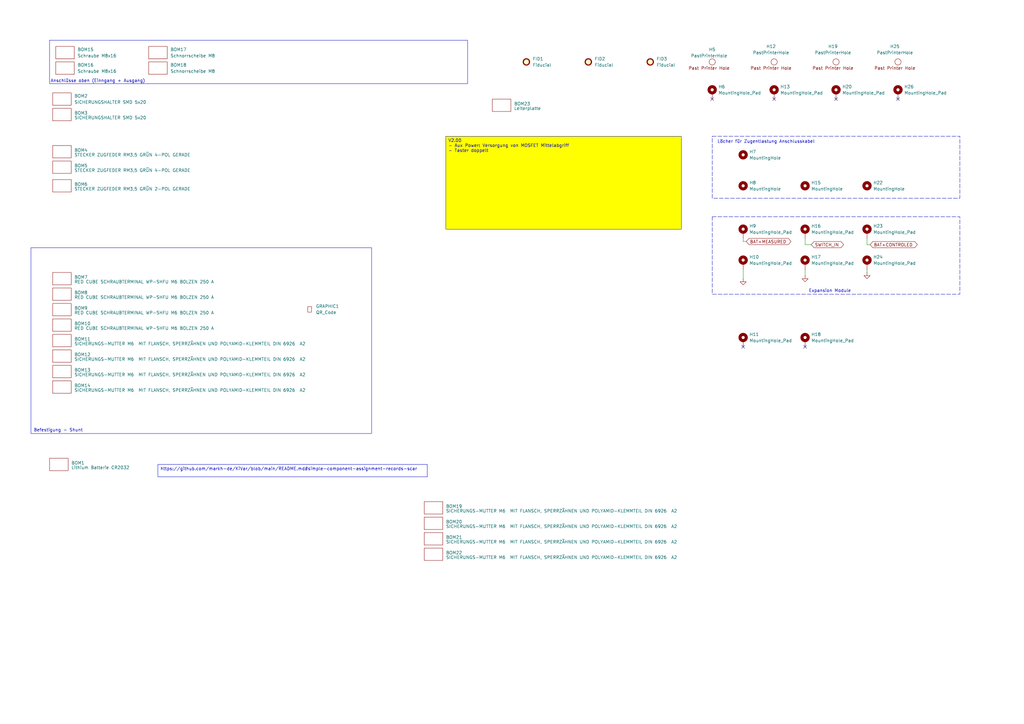
<source format=kicad_sch>
(kicad_sch
	(version 20250114)
	(generator "eeschema")
	(generator_version "9.0")
	(uuid "d2a2d163-13e4-4f1d-aa3d-79667ae6d2fb")
	(paper "A3")
	(lib_symbols
		(symbol "Mechanical:Fiducial"
			(exclude_from_sim yes)
			(in_bom no)
			(on_board yes)
			(property "Reference" "FID"
				(at 0 5.08 0)
				(effects
					(font
						(size 1.27 1.27)
					)
				)
			)
			(property "Value" "Fiducial"
				(at 0 3.175 0)
				(effects
					(font
						(size 1.27 1.27)
					)
				)
			)
			(property "Footprint" ""
				(at 0 0 0)
				(effects
					(font
						(size 1.27 1.27)
					)
					(hide yes)
				)
			)
			(property "Datasheet" "~"
				(at 0 0 0)
				(effects
					(font
						(size 1.27 1.27)
					)
					(hide yes)
				)
			)
			(property "Description" "Fiducial Marker"
				(at 0 0 0)
				(effects
					(font
						(size 1.27 1.27)
					)
					(hide yes)
				)
			)
			(property "ki_keywords" "fiducial marker"
				(at 0 0 0)
				(effects
					(font
						(size 1.27 1.27)
					)
					(hide yes)
				)
			)
			(property "ki_fp_filters" "Fiducial*"
				(at 0 0 0)
				(effects
					(font
						(size 1.27 1.27)
					)
					(hide yes)
				)
			)
			(symbol "Fiducial_0_1"
				(circle
					(center 0 0)
					(radius 1.27)
					(stroke
						(width 0.508)
						(type default)
					)
					(fill
						(type background)
					)
				)
			)
			(embedded_fonts no)
		)
		(symbol "Mechanical:MountingHole"
			(pin_names
				(offset 1.016)
			)
			(exclude_from_sim no)
			(in_bom no)
			(on_board yes)
			(property "Reference" "H"
				(at 0 5.08 0)
				(effects
					(font
						(size 1.27 1.27)
					)
				)
			)
			(property "Value" "MountingHole"
				(at 0 3.175 0)
				(effects
					(font
						(size 1.27 1.27)
					)
				)
			)
			(property "Footprint" ""
				(at 0 0 0)
				(effects
					(font
						(size 1.27 1.27)
					)
					(hide yes)
				)
			)
			(property "Datasheet" "~"
				(at 0 0 0)
				(effects
					(font
						(size 1.27 1.27)
					)
					(hide yes)
				)
			)
			(property "Description" "Mounting Hole without connection"
				(at 0 0 0)
				(effects
					(font
						(size 1.27 1.27)
					)
					(hide yes)
				)
			)
			(property "ki_keywords" "mounting hole"
				(at 0 0 0)
				(effects
					(font
						(size 1.27 1.27)
					)
					(hide yes)
				)
			)
			(property "ki_fp_filters" "MountingHole*"
				(at 0 0 0)
				(effects
					(font
						(size 1.27 1.27)
					)
					(hide yes)
				)
			)
			(symbol "MountingHole_0_1"
				(circle
					(center 0 0)
					(radius 1.27)
					(stroke
						(width 1.27)
						(type default)
					)
					(fill
						(type none)
					)
				)
			)
			(embedded_fonts no)
		)
		(symbol "Mechanical:MountingHole_Pad"
			(pin_numbers
				(hide yes)
			)
			(pin_names
				(offset 1.016)
				(hide yes)
			)
			(exclude_from_sim yes)
			(in_bom no)
			(on_board yes)
			(property "Reference" "H"
				(at 0 6.35 0)
				(effects
					(font
						(size 1.27 1.27)
					)
				)
			)
			(property "Value" "MountingHole_Pad"
				(at 0 4.445 0)
				(effects
					(font
						(size 1.27 1.27)
					)
				)
			)
			(property "Footprint" ""
				(at 0 0 0)
				(effects
					(font
						(size 1.27 1.27)
					)
					(hide yes)
				)
			)
			(property "Datasheet" "~"
				(at 0 0 0)
				(effects
					(font
						(size 1.27 1.27)
					)
					(hide yes)
				)
			)
			(property "Description" "Mounting Hole with connection"
				(at 0 0 0)
				(effects
					(font
						(size 1.27 1.27)
					)
					(hide yes)
				)
			)
			(property "ki_keywords" "mounting hole"
				(at 0 0 0)
				(effects
					(font
						(size 1.27 1.27)
					)
					(hide yes)
				)
			)
			(property "ki_fp_filters" "MountingHole*Pad*"
				(at 0 0 0)
				(effects
					(font
						(size 1.27 1.27)
					)
					(hide yes)
				)
			)
			(symbol "MountingHole_Pad_0_1"
				(circle
					(center 0 1.27)
					(radius 1.27)
					(stroke
						(width 1.27)
						(type default)
					)
					(fill
						(type none)
					)
				)
			)
			(symbol "MountingHole_Pad_1_1"
				(pin input line
					(at 0 -2.54 90)
					(length 2.54)
					(name "1"
						(effects
							(font
								(size 1.27 1.27)
							)
						)
					)
					(number "1"
						(effects
							(font
								(size 1.27 1.27)
							)
						)
					)
				)
			)
			(embedded_fonts no)
		)
		(symbol "myBOM_Part:BOM-Part"
			(pin_numbers
				(hide yes)
			)
			(pin_names
				(offset 0)
				(hide yes)
			)
			(exclude_from_sim no)
			(in_bom yes)
			(on_board no)
			(property "Reference" "BOM"
				(at 0 0 0)
				(effects
					(font
						(size 1.27 1.27)
					)
				)
			)
			(property "Value" ""
				(at 0 0 0)
				(effects
					(font
						(size 1.27 1.27)
					)
				)
			)
			(property "Footprint" "myDummy:BOM-Dummy"
				(at 0 0 0)
				(effects
					(font
						(size 1.27 1.27)
					)
					(hide yes)
				)
			)
			(property "Datasheet" ""
				(at 0 0 0)
				(effects
					(font
						(size 1.27 1.27)
					)
					(hide yes)
				)
			)
			(property "Description" ""
				(at 0 0 0)
				(effects
					(font
						(size 1.27 1.27)
					)
					(hide yes)
				)
			)
			(symbol "BOM-Part_0_1"
				(rectangle
					(start -3.81 2.54)
					(end 3.81 -2.54)
					(stroke
						(width 0)
						(type default)
					)
					(fill
						(type none)
					)
				)
			)
			(embedded_fonts no)
		)
		(symbol "myMounting:mounting_past_printer"
			(exclude_from_sim no)
			(in_bom no)
			(on_board yes)
			(property "Reference" "H"
				(at 0 0 0)
				(effects
					(font
						(size 1.27 1.27)
					)
				)
			)
			(property "Value" ""
				(at 0 0 0)
				(effects
					(font
						(size 1.27 1.27)
					)
				)
			)
			(property "Footprint" "myHoles:printer_mounting_holes_1mm"
				(at 0 0 0)
				(effects
					(font
						(size 1.27 1.27)
					)
					(hide yes)
				)
			)
			(property "Datasheet" ""
				(at 0 0 0)
				(effects
					(font
						(size 1.27 1.27)
					)
					(hide yes)
				)
			)
			(property "Description" ""
				(at 0 0 0)
				(effects
					(font
						(size 1.27 1.27)
					)
					(hide yes)
				)
			)
			(symbol "mounting_past_printer_0_1"
				(circle
					(center 0 0)
					(radius 1.27)
					(stroke
						(width 0)
						(type default)
					)
					(fill
						(type none)
					)
				)
			)
			(symbol "mounting_past_printer_1_1"
				(text "Past Printer Hole\n"
					(at -1.27 -2.54 0)
					(effects
						(font
							(size 1.27 1.27)
						)
					)
				)
			)
			(embedded_fonts no)
		)
		(symbol "myUserSymbol:qrcode"
			(exclude_from_sim no)
			(in_bom yes)
			(on_board yes)
			(property "Reference" "GRAPHIC"
				(at 5.08 1.016 0)
				(effects
					(font
						(size 1.27 1.27)
					)
				)
			)
			(property "Value" "QR_Code"
				(at 5.08 -0.762 0)
				(effects
					(font
						(size 1.27 1.27)
					)
				)
			)
			(property "Footprint" "myQR:qr_PowerPro"
				(at 0 0 0)
				(effects
					(font
						(size 1.27 1.27)
					)
					(hide yes)
				)
			)
			(property "Datasheet" ""
				(at 0 0 0)
				(effects
					(font
						(size 1.27 1.27)
					)
					(hide yes)
				)
			)
			(property "Description" ""
				(at 0 0 0)
				(effects
					(font
						(size 1.27 1.27)
					)
					(hide yes)
				)
			)
			(symbol "qrcode_0_1"
				(rectangle
					(start -0.762 1.27)
					(end 0.762 -1.016)
					(stroke
						(width 0)
						(type default)
					)
					(fill
						(type none)
					)
				)
			)
			(embedded_fonts no)
		)
		(symbol "power:GND"
			(power)
			(pin_numbers
				(hide yes)
			)
			(pin_names
				(offset 0)
				(hide yes)
			)
			(exclude_from_sim no)
			(in_bom yes)
			(on_board yes)
			(property "Reference" "#PWR"
				(at 0 -6.35 0)
				(effects
					(font
						(size 1.27 1.27)
					)
					(hide yes)
				)
			)
			(property "Value" "GND"
				(at 0 -3.81 0)
				(effects
					(font
						(size 1.27 1.27)
					)
				)
			)
			(property "Footprint" ""
				(at 0 0 0)
				(effects
					(font
						(size 1.27 1.27)
					)
					(hide yes)
				)
			)
			(property "Datasheet" ""
				(at 0 0 0)
				(effects
					(font
						(size 1.27 1.27)
					)
					(hide yes)
				)
			)
			(property "Description" "Power symbol creates a global label with name \"GND\" , ground"
				(at 0 0 0)
				(effects
					(font
						(size 1.27 1.27)
					)
					(hide yes)
				)
			)
			(property "ki_keywords" "global power"
				(at 0 0 0)
				(effects
					(font
						(size 1.27 1.27)
					)
					(hide yes)
				)
			)
			(symbol "GND_0_1"
				(polyline
					(pts
						(xy 0 0) (xy 0 -1.27) (xy 1.27 -1.27) (xy 0 -2.54) (xy -1.27 -1.27) (xy 0 -1.27)
					)
					(stroke
						(width 0)
						(type default)
					)
					(fill
						(type none)
					)
				)
			)
			(symbol "GND_1_1"
				(pin power_in line
					(at 0 0 270)
					(length 0)
					(name "~"
						(effects
							(font
								(size 1.27 1.27)
							)
						)
					)
					(number "1"
						(effects
							(font
								(size 1.27 1.27)
							)
						)
					)
				)
			)
			(embedded_fonts no)
		)
	)
	(rectangle
		(start 292.1 55.88)
		(end 393.7 81.28)
		(stroke
			(width 0)
			(type dash)
		)
		(fill
			(type none)
		)
		(uuid 298f8eb6-6a31-433a-9814-9f8ceb17b837)
	)
	(rectangle
		(start 292.1 88.9)
		(end 393.7 120.65)
		(stroke
			(width 0)
			(type dash)
		)
		(fill
			(type none)
		)
		(uuid 439703d5-96a0-4221-8716-af461b4479f9)
	)
	(rectangle
		(start 12.7 101.6)
		(end 152.4 177.8)
		(stroke
			(width 0)
			(type default)
		)
		(fill
			(type none)
		)
		(uuid 759ef55f-1cf6-4141-b681-11e508af138b)
	)
	(rectangle
		(start 20.32 16.51)
		(end 191.77 34.29)
		(stroke
			(width 0)
			(type default)
		)
		(fill
			(type none)
		)
		(uuid fc85b1f5-b704-44aa-ac88-bfb83efce987)
	)
	(text "Expansion Module"
		(exclude_from_sim no)
		(at 340.36 119.38 0)
		(effects
			(font
				(size 1.27 1.27)
			)
		)
		(uuid "04ecad34-d655-4c5c-b20a-c069913c0bd9")
	)
	(text "Löcher für Zugentlastung Anschlusskabel"
		(exclude_from_sim no)
		(at 314.198 58.166 0)
		(effects
			(font
				(size 1.27 1.27)
			)
		)
		(uuid "1d1d1e62-d8e8-4df1-8113-d79cf1facceb")
	)
	(text "Anschlüsse oben (Einngang + Ausgang)"
		(exclude_from_sim no)
		(at 40.132 33.274 0)
		(effects
			(font
				(size 1.27 1.27)
			)
		)
		(uuid "5ff5222f-0537-4772-bcaa-0bb650dd5d4b")
	)
	(text "Befestigung - Shunt"
		(exclude_from_sim no)
		(at 23.876 176.53 0)
		(effects
			(font
				(size 1.27 1.27)
			)
		)
		(uuid "885e52a6-0729-49a2-8548-f19c78116c17")
	)
	(text_box "V2.00\n- Aux Power: Versorgung von MOSFET Mittelabgriff\n- Taster doppelt\n"
		(exclude_from_sim no)
		(at 182.88 55.88 0)
		(size 96.52 38.1)
		(margins 0.9525 0.9525 0.9525 0.9525)
		(stroke
			(width 0)
			(type solid)
		)
		(fill
			(type color)
			(color 255 255 0 1)
		)
		(effects
			(font
				(size 1.27 1.27)
			)
			(justify left top)
		)
		(uuid "24112d1c-5aa9-49ef-988a-13f18db7bec7")
	)
	(text_box "https://github.com/markh-de/KiVar/blob/main/README.md#simple-component-assignment-records-scar"
		(exclude_from_sim no)
		(at 64.77 190.5 0)
		(size 110.49 5.08)
		(margins 0.9525 0.9525 0.9525 0.9525)
		(stroke
			(width 0)
			(type solid)
		)
		(fill
			(type none)
		)
		(effects
			(font
				(size 1.27 1.27)
			)
			(justify left top)
		)
		(uuid "bc9d1e96-57a4-4f41-a021-c3925ca2178d")
	)
	(no_connect
		(at 317.5 40.64)
		(uuid "117571a9-6db0-414e-9ca8-b060f2ca65f3")
	)
	(no_connect
		(at 330.2 142.24)
		(uuid "3f9eb071-1071-447f-a0d2-40b907efaaaa")
	)
	(no_connect
		(at 304.8 142.24)
		(uuid "73be37cc-abdc-463d-83e4-d3578cdb1737")
	)
	(no_connect
		(at 342.9 40.64)
		(uuid "99058c05-467f-4069-a2f9-3d495bac901b")
	)
	(no_connect
		(at 292.1 40.64)
		(uuid "bc31fe6a-7bcb-4aa9-a835-13c2ac0e5841")
	)
	(no_connect
		(at 368.3 40.64)
		(uuid "c59c54e2-b90e-4ae5-be05-494dfaf74854")
	)
	(wire
		(pts
			(xy 330.2 100.33) (xy 332.74 100.33)
		)
		(stroke
			(width 0)
			(type default)
		)
		(uuid "081b691b-ba22-4b08-9f96-b06f841ad2bf")
	)
	(wire
		(pts
			(xy 304.8 110.49) (xy 304.8 114.3)
		)
		(stroke
			(width 0)
			(type default)
		)
		(uuid "09f89601-6af1-47be-8658-218ece31dfc1")
	)
	(wire
		(pts
			(xy 304.8 99.06) (xy 306.07 99.06)
		)
		(stroke
			(width 0)
			(type default)
		)
		(uuid "2fd6f949-807e-4c79-9b7c-f0cf3a854b22")
	)
	(wire
		(pts
			(xy 355.6 97.79) (xy 355.6 100.33)
		)
		(stroke
			(width 0)
			(type default)
		)
		(uuid "53dbe2e7-c4e3-41cd-b60d-fba210533a5d")
	)
	(wire
		(pts
			(xy 304.8 97.79) (xy 304.8 99.06)
		)
		(stroke
			(width 0)
			(type default)
		)
		(uuid "58f6d539-5cec-4c5a-a8e9-197ef322413b")
	)
	(wire
		(pts
			(xy 330.2 110.49) (xy 330.2 113.03)
		)
		(stroke
			(width 0)
			(type default)
		)
		(uuid "5c34ae3c-d4c0-48f8-a0bc-d905a0b9e081")
	)
	(wire
		(pts
			(xy 355.6 100.33) (xy 356.87 100.33)
		)
		(stroke
			(width 0)
			(type default)
		)
		(uuid "6b1f1411-4afd-46fb-9167-112d931775f0")
	)
	(wire
		(pts
			(xy 355.6 110.49) (xy 355.6 111.76)
		)
		(stroke
			(width 0)
			(type default)
		)
		(uuid "9c8f581d-90d3-4541-a79d-311bf99038a9")
	)
	(wire
		(pts
			(xy 330.2 97.79) (xy 330.2 100.33)
		)
		(stroke
			(width 0)
			(type default)
		)
		(uuid "d2e9674b-3214-42fe-91fe-eff4b1c6b520")
	)
	(global_label "SWITCH_IN"
		(shape bidirectional)
		(at 332.74 100.33 0)
		(fields_autoplaced yes)
		(effects
			(font
				(size 1.27 1.27)
			)
			(justify left)
		)
		(uuid "364e17f5-6332-4129-b9f0-e0a278dcdc5d")
		(property "Intersheetrefs" "${INTERSHEET_REFS}"
			(at 346.5732 100.33 0)
			(effects
				(font
					(size 1.27 1.27)
				)
				(justify left)
				(hide yes)
			)
		)
	)
	(global_label "BAT+MEASURED"
		(shape bidirectional)
		(at 306.07 99.06 0)
		(fields_autoplaced yes)
		(effects
			(font
				(size 1.27 1.27)
			)
			(justify left)
		)
		(uuid "89d66515-74f1-4b91-907e-d0d181ef9125")
		(property "Intersheetrefs" "${INTERSHEET_REFS}"
			(at 324.9831 99.06 0)
			(effects
				(font
					(size 1.27 1.27)
				)
				(justify left)
				(hide yes)
			)
		)
	)
	(global_label "BAT+CONTROLED"
		(shape bidirectional)
		(at 356.87 100.33 0)
		(fields_autoplaced yes)
		(effects
			(font
				(size 1.27 1.27)
			)
			(justify left)
		)
		(uuid "b310afb4-edca-425b-a3ae-3997656d490e")
		(property "Intersheetrefs" "${INTERSHEET_REFS}"
			(at 376.8113 100.33 0)
			(effects
				(font
					(size 1.27 1.27)
				)
				(justify left)
				(hide yes)
			)
		)
	)
	(symbol
		(lib_id "myBOM_Part:BOM-Part")
		(at 25.4 146.05 0)
		(unit 1)
		(exclude_from_sim no)
		(in_bom yes)
		(on_board yes)
		(dnp no)
		(fields_autoplaced yes)
		(uuid "13be8445-2381-4989-b0c8-cb0b27a90645")
		(property "Reference" "BOM12"
			(at 30.48 145.4149 0)
			(effects
				(font
					(size 1.27 1.27)
				)
				(justify left)
			)
		)
		(property "Value" "SICHERUNGS-MUTTER M6  MIT FLANSCH, SPERRZÄHNEN UND POLYAMID-KLEMMTEIL DIN 6926  A2"
			(at 30.48 147.32 0)
			(effects
				(font
					(size 1.27 1.27)
				)
				(justify left)
			)
		)
		(property "Footprint" "myBOM:BOM_PART_2x2mm"
			(at 25.4 146.05 0)
			(effects
				(font
					(size 1.27 1.27)
				)
				(hide yes)
			)
		)
		(property "Datasheet" ""
			(at 25.4 146.05 0)
			(effects
				(font
					(size 1.27 1.27)
				)
				(hide yes)
			)
		)
		(property "Description" "SICHERUNGS-MUTTER M6  MIT FLANSCH, SPERRZÄHNEN UND POLYAMID-KLEMMTEIL DIN 6926  A2"
			(at 25.4 146.05 0)
			(effects
				(font
					(size 1.27 1.27)
				)
				(hide yes)
			)
		)
		(property "ECS Art#" "M601"
			(at 25.4 146.05 0)
			(effects
				(font
					(size 1.27 1.27)
				)
				(hide yes)
			)
		)
		(property "HAN" "UNBEKANNT/VERSCHIEDENE"
			(at 25.4 146.05 0)
			(effects
				(font
					(size 1.27 1.27)
				)
				(hide yes)
			)
		)
		(property "Voltage" ""
			(at 25.4 146.05 0)
			(effects
				(font
					(size 1.27 1.27)
				)
				(hide yes)
			)
		)
		(property "Toleranz" ""
			(at 25.4 146.05 0)
			(effects
				(font
					(size 1.27 1.27)
				)
				(hide yes)
			)
		)
		(property "Hersteller" "UNBEKANNT/VERSCHIEDENE"
			(at 25.4 146.05 0)
			(effects
				(font
					(size 1.27 1.27)
				)
				(hide yes)
			)
		)
		(instances
			(project ""
				(path "/bf1f8167-8e29-49cc-a467-dd9cc2c77246/4875905e-d35e-4049-a6aa-c7869d81fd32"
					(reference "BOM12")
					(unit 1)
				)
			)
		)
	)
	(symbol
		(lib_id "myMounting:mounting_past_printer")
		(at 317.5 25.4 0)
		(unit 1)
		(exclude_from_sim no)
		(in_bom no)
		(on_board yes)
		(dnp no)
		(fields_autoplaced yes)
		(uuid "1b20e053-c0cc-4634-bd3b-f1cb5663f516")
		(property "Reference" "H12"
			(at 316.23 19.05 0)
			(effects
				(font
					(size 1.27 1.27)
				)
			)
		)
		(property "Value" "PastPrinterHole"
			(at 316.23 21.59 0)
			(effects
				(font
					(size 1.27 1.27)
				)
			)
		)
		(property "Footprint" "myHoles:printer_mounting_holes_1mm"
			(at 317.5 25.4 0)
			(effects
				(font
					(size 1.27 1.27)
				)
				(hide yes)
			)
		)
		(property "Datasheet" ""
			(at 317.5 25.4 0)
			(effects
				(font
					(size 1.27 1.27)
				)
				(hide yes)
			)
		)
		(property "Description" "Past Printer Hole"
			(at 317.5 25.4 0)
			(effects
				(font
					(size 1.27 1.27)
				)
				(hide yes)
			)
		)
		(property "Sim.Device" ""
			(at 317.5 25.4 0)
			(effects
				(font
					(size 1.27 1.27)
				)
				(hide yes)
			)
		)
		(property "Sim.Pins" ""
			(at 317.5 25.4 0)
			(effects
				(font
					(size 1.27 1.27)
				)
				(hide yes)
			)
		)
		(property "ECS Art#" "---"
			(at 317.5 25.4 0)
			(effects
				(font
					(size 1.27 1.27)
				)
				(hide yes)
			)
		)
		(property "HAN" "---"
			(at 317.5 25.4 0)
			(effects
				(font
					(size 1.27 1.27)
				)
				(hide yes)
			)
		)
		(property "Hersteller" "---"
			(at 317.5 25.4 0)
			(effects
				(font
					(size 1.27 1.27)
				)
				(hide yes)
			)
		)
		(instances
			(project "smartPro"
				(path "/bf1f8167-8e29-49cc-a467-dd9cc2c77246/4875905e-d35e-4049-a6aa-c7869d81fd32"
					(reference "H12")
					(unit 1)
				)
			)
		)
	)
	(symbol
		(lib_id "myBOM_Part:BOM-Part")
		(at 25.4 127 0)
		(unit 1)
		(exclude_from_sim no)
		(in_bom yes)
		(on_board yes)
		(dnp no)
		(fields_autoplaced yes)
		(uuid "1b6df1ec-0485-4b7d-a5ee-514894bd27bb")
		(property "Reference" "BOM9"
			(at 30.48 126.3649 0)
			(effects
				(font
					(size 1.27 1.27)
				)
				(justify left)
			)
		)
		(property "Value" "RED CUBE SCHRAUBTERMINAL WP-SHFU M6 BOLZEN 250 A"
			(at 30.48 128.27 0)
			(effects
				(font
					(size 1.27 1.27)
				)
				(justify left)
			)
		)
		(property "Footprint" "myBOM:BOM_PART_2x2mm"
			(at 25.4 127 0)
			(effects
				(font
					(size 1.27 1.27)
				)
				(hide yes)
			)
		)
		(property "Datasheet" "https://www.we-online.com/components/products/datasheet/7461098.pdf"
			(at 25.4 127 0)
			(effects
				(font
					(size 1.27 1.27)
				)
				(hide yes)
			)
		)
		(property "Description" "RED CUBE SCHRAUBTERMINAL WP-SHFU M6 BOLZEN 250 A"
			(at 25.4 127 0)
			(effects
				(font
					(size 1.27 1.27)
				)
				(hide yes)
			)
		)
		(property "ECS Art#" "CON521"
			(at 25.4 127 0)
			(effects
				(font
					(size 1.27 1.27)
				)
				(hide yes)
			)
		)
		(property "HAN" "7461098"
			(at 25.4 127 0)
			(effects
				(font
					(size 1.27 1.27)
				)
				(hide yes)
			)
		)
		(property "Voltage" ""
			(at 25.4 127 0)
			(effects
				(font
					(size 1.27 1.27)
				)
				(hide yes)
			)
		)
		(property "Toleranz" ""
			(at 25.4 127 0)
			(effects
				(font
					(size 1.27 1.27)
				)
				(hide yes)
			)
		)
		(property "Hersteller" "Würth"
			(at 25.4 127 0)
			(effects
				(font
					(size 1.27 1.27)
				)
				(hide yes)
			)
		)
		(instances
			(project ""
				(path "/bf1f8167-8e29-49cc-a467-dd9cc2c77246/4875905e-d35e-4049-a6aa-c7869d81fd32"
					(reference "BOM9")
					(unit 1)
				)
			)
		)
	)
	(symbol
		(lib_id "Mechanical:MountingHole")
		(at 304.8 63.5 0)
		(unit 1)
		(exclude_from_sim no)
		(in_bom no)
		(on_board yes)
		(dnp no)
		(fields_autoplaced yes)
		(uuid "1bf8f243-c206-4d29-897f-c426a293a872")
		(property "Reference" "H7"
			(at 307.34 62.2299 0)
			(effects
				(font
					(size 1.27 1.27)
				)
				(justify left)
			)
		)
		(property "Value" "MountingHole"
			(at 307.34 64.7699 0)
			(effects
				(font
					(size 1.27 1.27)
				)
				(justify left)
			)
		)
		(property "Footprint" "MountingHole:MountingHole_6mm"
			(at 304.8 63.5 0)
			(effects
				(font
					(size 1.27 1.27)
				)
				(hide yes)
			)
		)
		(property "Datasheet" "~"
			(at 304.8 63.5 0)
			(effects
				(font
					(size 1.27 1.27)
				)
				(hide yes)
			)
		)
		(property "Description" "Mounting Hole without connection"
			(at 304.8 63.5 0)
			(effects
				(font
					(size 1.27 1.27)
				)
				(hide yes)
			)
		)
		(instances
			(project ""
				(path "/bf1f8167-8e29-49cc-a467-dd9cc2c77246/4875905e-d35e-4049-a6aa-c7869d81fd32"
					(reference "H7")
					(unit 1)
				)
			)
		)
	)
	(symbol
		(lib_id "Mechanical:MountingHole_Pad")
		(at 355.6 107.95 0)
		(unit 1)
		(exclude_from_sim yes)
		(in_bom no)
		(on_board yes)
		(dnp no)
		(fields_autoplaced yes)
		(uuid "2502056f-8c4a-4ddd-993b-3ef96ce9a768")
		(property "Reference" "H24"
			(at 358.14 105.4099 0)
			(effects
				(font
					(size 1.27 1.27)
				)
				(justify left)
			)
		)
		(property "Value" "MountingHole_Pad"
			(at 358.14 107.9499 0)
			(effects
				(font
					(size 1.27 1.27)
				)
				(justify left)
			)
		)
		(property "Footprint" "MountingHole:MountingHole_3.2mm_M3_DIN965_Pad"
			(at 355.6 107.95 0)
			(effects
				(font
					(size 1.27 1.27)
				)
				(hide yes)
			)
		)
		(property "Datasheet" "~"
			(at 355.6 107.95 0)
			(effects
				(font
					(size 1.27 1.27)
				)
				(hide yes)
			)
		)
		(property "Description" "Mounting Hole with connection"
			(at 355.6 107.95 0)
			(effects
				(font
					(size 1.27 1.27)
				)
				(hide yes)
			)
		)
		(pin "1"
			(uuid "1a697412-6802-46b7-a856-bf87d1961048")
		)
		(instances
			(project ""
				(path "/bf1f8167-8e29-49cc-a467-dd9cc2c77246/4875905e-d35e-4049-a6aa-c7869d81fd32"
					(reference "H24")
					(unit 1)
				)
			)
		)
	)
	(symbol
		(lib_id "myBOM_Part:BOM-Part")
		(at 177.8 227.33 0)
		(unit 1)
		(exclude_from_sim no)
		(in_bom yes)
		(on_board yes)
		(dnp no)
		(fields_autoplaced yes)
		(uuid "2a14a79f-b15b-4981-b6b1-db220f193080")
		(property "Reference" "BOM22"
			(at 182.88 226.6949 0)
			(effects
				(font
					(size 1.27 1.27)
				)
				(justify left)
			)
		)
		(property "Value" "SICHERUNGS-MUTTER M6  MIT FLANSCH, SPERRZÄHNEN UND POLYAMID-KLEMMTEIL DIN 6926  A2"
			(at 182.88 228.6 0)
			(effects
				(font
					(size 1.27 1.27)
				)
				(justify left)
			)
		)
		(property "Footprint" "myBOM:BOM_PART_2x2mm"
			(at 177.8 227.33 0)
			(effects
				(font
					(size 1.27 1.27)
				)
				(hide yes)
			)
		)
		(property "Datasheet" ""
			(at 177.8 227.33 0)
			(effects
				(font
					(size 1.27 1.27)
				)
				(hide yes)
			)
		)
		(property "Description" "SICHERUNGS-MUTTER M6  MIT FLANSCH, SPERRZÄHNEN UND POLYAMID-KLEMMTEIL DIN 6926  A2"
			(at 177.8 227.33 0)
			(effects
				(font
					(size 1.27 1.27)
				)
				(hide yes)
			)
		)
		(property "ECS Art#" "M601"
			(at 177.8 227.33 0)
			(effects
				(font
					(size 1.27 1.27)
				)
				(hide yes)
			)
		)
		(property "HAN" "UNBEKANNT/VERSCHIEDENE"
			(at 177.8 227.33 0)
			(effects
				(font
					(size 1.27 1.27)
				)
				(hide yes)
			)
		)
		(property "Voltage" ""
			(at 177.8 227.33 0)
			(effects
				(font
					(size 1.27 1.27)
				)
				(hide yes)
			)
		)
		(property "Toleranz" ""
			(at 177.8 227.33 0)
			(effects
				(font
					(size 1.27 1.27)
				)
				(hide yes)
			)
		)
		(property "Hersteller" "UNBEKANNT/VERSCHIEDENE"
			(at 177.8 227.33 0)
			(effects
				(font
					(size 1.27 1.27)
				)
				(hide yes)
			)
		)
		(instances
			(project ""
				(path "/bf1f8167-8e29-49cc-a467-dd9cc2c77246/4875905e-d35e-4049-a6aa-c7869d81fd32"
					(reference "BOM22")
					(unit 1)
				)
			)
		)
	)
	(symbol
		(lib_id "Mechanical:MountingHole_Pad")
		(at 292.1 38.1 0)
		(unit 1)
		(exclude_from_sim yes)
		(in_bom no)
		(on_board yes)
		(dnp no)
		(uuid "2c6052f4-9c11-4a37-a5fc-7bce997cb92b")
		(property "Reference" "H6"
			(at 294.64 35.5599 0)
			(effects
				(font
					(size 1.27 1.27)
				)
				(justify left)
			)
		)
		(property "Value" "MountingHole_Pad"
			(at 294.64 38.0999 0)
			(effects
				(font
					(size 1.27 1.27)
				)
				(justify left)
			)
		)
		(property "Footprint" "MountingHole:MountingHole_2.2mm_M2_DIN965_Pad"
			(at 292.1 38.1 0)
			(effects
				(font
					(size 1.27 1.27)
				)
				(hide yes)
			)
		)
		(property "Datasheet" "~"
			(at 292.1 38.1 0)
			(effects
				(font
					(size 1.27 1.27)
				)
				(hide yes)
			)
		)
		(property "Description" "Mounting Hole with connection"
			(at 292.1 38.1 0)
			(effects
				(font
					(size 1.27 1.27)
				)
				(hide yes)
			)
		)
		(property "Sim.Device" ""
			(at 292.1 38.1 0)
			(effects
				(font
					(size 1.27 1.27)
				)
				(hide yes)
			)
		)
		(property "Sim.Pins" ""
			(at 292.1 38.1 0)
			(effects
				(font
					(size 1.27 1.27)
				)
				(hide yes)
			)
		)
		(property "ECS Art#" "---"
			(at 292.1 38.1 0)
			(effects
				(font
					(size 1.27 1.27)
				)
				(hide yes)
			)
		)
		(property "HAN" "---"
			(at 292.1 38.1 0)
			(effects
				(font
					(size 1.27 1.27)
				)
				(hide yes)
			)
		)
		(property "Hersteller" "---"
			(at 292.1 38.1 0)
			(effects
				(font
					(size 1.27 1.27)
				)
				(hide yes)
			)
		)
		(pin "1"
			(uuid "48a982f8-8b1a-4fe0-b8fd-ba3ec310ad76")
		)
		(instances
			(project "smartPro"
				(path "/bf1f8167-8e29-49cc-a467-dd9cc2c77246/4875905e-d35e-4049-a6aa-c7869d81fd32"
					(reference "H6")
					(unit 1)
				)
			)
		)
	)
	(symbol
		(lib_id "power:GND")
		(at 355.6 111.76 0)
		(unit 1)
		(exclude_from_sim no)
		(in_bom yes)
		(on_board yes)
		(dnp no)
		(fields_autoplaced yes)
		(uuid "2e145680-fd29-46b3-8308-ad8e89387c5f")
		(property "Reference" "#PWR0336"
			(at 355.6 118.11 0)
			(effects
				(font
					(size 1.27 1.27)
				)
				(hide yes)
			)
		)
		(property "Value" "GND"
			(at 355.6 116.84 0)
			(effects
				(font
					(size 1.27 1.27)
				)
				(hide yes)
			)
		)
		(property "Footprint" ""
			(at 355.6 111.76 0)
			(effects
				(font
					(size 1.27 1.27)
				)
				(hide yes)
			)
		)
		(property "Datasheet" ""
			(at 355.6 111.76 0)
			(effects
				(font
					(size 1.27 1.27)
				)
				(hide yes)
			)
		)
		(property "Description" "Power symbol creates a global label with name \"GND\" , ground"
			(at 355.6 111.76 0)
			(effects
				(font
					(size 1.27 1.27)
				)
				(hide yes)
			)
		)
		(pin "1"
			(uuid "19d3b3b0-b5e7-4861-adf8-f1453bcafe45")
		)
		(instances
			(project ""
				(path "/bf1f8167-8e29-49cc-a467-dd9cc2c77246/4875905e-d35e-4049-a6aa-c7869d81fd32"
					(reference "#PWR0336")
					(unit 1)
				)
			)
		)
	)
	(symbol
		(lib_id "myBOM_Part:BOM-Part")
		(at 177.8 220.98 0)
		(unit 1)
		(exclude_from_sim no)
		(in_bom yes)
		(on_board yes)
		(dnp no)
		(fields_autoplaced yes)
		(uuid "2ff67a74-e4b4-4e20-ba8c-99282f2a2b30")
		(property "Reference" "BOM21"
			(at 182.88 220.3449 0)
			(effects
				(font
					(size 1.27 1.27)
				)
				(justify left)
			)
		)
		(property "Value" "SICHERUNGS-MUTTER M6  MIT FLANSCH, SPERRZÄHNEN UND POLYAMID-KLEMMTEIL DIN 6926  A2"
			(at 182.88 222.25 0)
			(effects
				(font
					(size 1.27 1.27)
				)
				(justify left)
			)
		)
		(property "Footprint" "myBOM:BOM_PART_2x2mm"
			(at 177.8 220.98 0)
			(effects
				(font
					(size 1.27 1.27)
				)
				(hide yes)
			)
		)
		(property "Datasheet" ""
			(at 177.8 220.98 0)
			(effects
				(font
					(size 1.27 1.27)
				)
				(hide yes)
			)
		)
		(property "Description" "SICHERUNGS-MUTTER M6  MIT FLANSCH, SPERRZÄHNEN UND POLYAMID-KLEMMTEIL DIN 6926  A2"
			(at 177.8 220.98 0)
			(effects
				(font
					(size 1.27 1.27)
				)
				(hide yes)
			)
		)
		(property "ECS Art#" "M601"
			(at 177.8 220.98 0)
			(effects
				(font
					(size 1.27 1.27)
				)
				(hide yes)
			)
		)
		(property "HAN" "UNBEKANNT/VERSCHIEDENE"
			(at 177.8 220.98 0)
			(effects
				(font
					(size 1.27 1.27)
				)
				(hide yes)
			)
		)
		(property "Voltage" ""
			(at 177.8 220.98 0)
			(effects
				(font
					(size 1.27 1.27)
				)
				(hide yes)
			)
		)
		(property "Toleranz" ""
			(at 177.8 220.98 0)
			(effects
				(font
					(size 1.27 1.27)
				)
				(hide yes)
			)
		)
		(property "Hersteller" "UNBEKANNT/VERSCHIEDENE"
			(at 177.8 220.98 0)
			(effects
				(font
					(size 1.27 1.27)
				)
				(hide yes)
			)
		)
		(instances
			(project ""
				(path "/bf1f8167-8e29-49cc-a467-dd9cc2c77246/4875905e-d35e-4049-a6aa-c7869d81fd32"
					(reference "BOM21")
					(unit 1)
				)
			)
		)
	)
	(symbol
		(lib_id "myBOM_Part:BOM-Part")
		(at 64.77 21.59 0)
		(unit 1)
		(exclude_from_sim no)
		(in_bom yes)
		(on_board yes)
		(dnp no)
		(fields_autoplaced yes)
		(uuid "32477daf-5902-4d7c-bccf-cfd7a440cadd")
		(property "Reference" "BOM17"
			(at 69.85 20.3199 0)
			(effects
				(font
					(size 1.27 1.27)
				)
				(justify left)
			)
		)
		(property "Value" "Schnorrscheibe M8"
			(at 69.85 22.8599 0)
			(effects
				(font
					(size 1.27 1.27)
				)
				(justify left)
			)
		)
		(property "Footprint" "myBOM:BOM_PART_2x2mm"
			(at 64.77 21.59 0)
			(effects
				(font
					(size 1.27 1.27)
				)
				(hide yes)
			)
		)
		(property "Datasheet" ""
			(at 64.77 21.59 0)
			(effects
				(font
					(size 1.27 1.27)
				)
				(hide yes)
			)
		)
		(property "Description" "SCHNORR SICHERUNGSSCHEIBEN FORM S (Standard) S8 A2"
			(at 64.77 21.59 0)
			(effects
				(font
					(size 1.27 1.27)
				)
				(hide yes)
			)
		)
		(property "HAN" "422 700"
			(at 64.77 21.59 0)
			(effects
				(font
					(size 1.27 1.27)
				)
				(hide yes)
			)
		)
		(property "ECS Art#" "M415"
			(at 64.77 21.59 0)
			(effects
				(font
					(size 1.27 1.27)
				)
				(hide yes)
			)
		)
		(property "Hersteller" "Schnorr"
			(at 64.77 21.59 0)
			(effects
				(font
					(size 1.27 1.27)
				)
				(hide yes)
			)
		)
		(instances
			(project ""
				(path "/bf1f8167-8e29-49cc-a467-dd9cc2c77246/4875905e-d35e-4049-a6aa-c7869d81fd32"
					(reference "BOM17")
					(unit 1)
				)
			)
		)
	)
	(symbol
		(lib_id "myBOM_Part:BOM-Part")
		(at 25.4 133.35 0)
		(unit 1)
		(exclude_from_sim no)
		(in_bom yes)
		(on_board yes)
		(dnp no)
		(fields_autoplaced yes)
		(uuid "33ba4f5c-fa84-45f2-bf01-aade6a0ebfe8")
		(property "Reference" "BOM10"
			(at 30.48 132.7149 0)
			(effects
				(font
					(size 1.27 1.27)
				)
				(justify left)
			)
		)
		(property "Value" "RED CUBE SCHRAUBTERMINAL WP-SHFU M6 BOLZEN 250 A"
			(at 30.48 134.62 0)
			(effects
				(font
					(size 1.27 1.27)
				)
				(justify left)
			)
		)
		(property "Footprint" "myBOM:BOM_PART_2x2mm"
			(at 25.4 133.35 0)
			(effects
				(font
					(size 1.27 1.27)
				)
				(hide yes)
			)
		)
		(property "Datasheet" "https://www.we-online.com/components/products/datasheet/7461098.pdf"
			(at 25.4 133.35 0)
			(effects
				(font
					(size 1.27 1.27)
				)
				(hide yes)
			)
		)
		(property "Description" "RED CUBE SCHRAUBTERMINAL WP-SHFU M6 BOLZEN 250 A"
			(at 25.4 133.35 0)
			(effects
				(font
					(size 1.27 1.27)
				)
				(hide yes)
			)
		)
		(property "ECS Art#" "CON521"
			(at 25.4 133.35 0)
			(effects
				(font
					(size 1.27 1.27)
				)
				(hide yes)
			)
		)
		(property "HAN" "7461098"
			(at 25.4 133.35 0)
			(effects
				(font
					(size 1.27 1.27)
				)
				(hide yes)
			)
		)
		(property "Voltage" ""
			(at 25.4 133.35 0)
			(effects
				(font
					(size 1.27 1.27)
				)
				(hide yes)
			)
		)
		(property "Toleranz" ""
			(at 25.4 133.35 0)
			(effects
				(font
					(size 1.27 1.27)
				)
				(hide yes)
			)
		)
		(property "Hersteller" "Würth"
			(at 25.4 133.35 0)
			(effects
				(font
					(size 1.27 1.27)
				)
				(hide yes)
			)
		)
		(instances
			(project ""
				(path "/bf1f8167-8e29-49cc-a467-dd9cc2c77246/4875905e-d35e-4049-a6aa-c7869d81fd32"
					(reference "BOM10")
					(unit 1)
				)
			)
		)
	)
	(symbol
		(lib_id "myBOM_Part:BOM-Part")
		(at 25.4 152.4 0)
		(unit 1)
		(exclude_from_sim no)
		(in_bom yes)
		(on_board yes)
		(dnp no)
		(fields_autoplaced yes)
		(uuid "3637a873-b206-4c9f-88d8-36a15f8a28ad")
		(property "Reference" "BOM13"
			(at 30.48 151.7649 0)
			(effects
				(font
					(size 1.27 1.27)
				)
				(justify left)
			)
		)
		(property "Value" "SICHERUNGS-MUTTER M6  MIT FLANSCH, SPERRZÄHNEN UND POLYAMID-KLEMMTEIL DIN 6926  A2"
			(at 30.48 153.67 0)
			(effects
				(font
					(size 1.27 1.27)
				)
				(justify left)
			)
		)
		(property "Footprint" "myBOM:BOM_PART_2x2mm"
			(at 25.4 152.4 0)
			(effects
				(font
					(size 1.27 1.27)
				)
				(hide yes)
			)
		)
		(property "Datasheet" ""
			(at 25.4 152.4 0)
			(effects
				(font
					(size 1.27 1.27)
				)
				(hide yes)
			)
		)
		(property "Description" "SICHERUNGS-MUTTER M6  MIT FLANSCH, SPERRZÄHNEN UND POLYAMID-KLEMMTEIL DIN 6926  A2"
			(at 25.4 152.4 0)
			(effects
				(font
					(size 1.27 1.27)
				)
				(hide yes)
			)
		)
		(property "ECS Art#" "M601"
			(at 25.4 152.4 0)
			(effects
				(font
					(size 1.27 1.27)
				)
				(hide yes)
			)
		)
		(property "HAN" "UNBEKANNT/VERSCHIEDENE"
			(at 25.4 152.4 0)
			(effects
				(font
					(size 1.27 1.27)
				)
				(hide yes)
			)
		)
		(property "Voltage" ""
			(at 25.4 152.4 0)
			(effects
				(font
					(size 1.27 1.27)
				)
				(hide yes)
			)
		)
		(property "Toleranz" ""
			(at 25.4 152.4 0)
			(effects
				(font
					(size 1.27 1.27)
				)
				(hide yes)
			)
		)
		(property "Hersteller" "UNBEKANNT/VERSCHIEDENE"
			(at 25.4 152.4 0)
			(effects
				(font
					(size 1.27 1.27)
				)
				(hide yes)
			)
		)
		(instances
			(project ""
				(path "/bf1f8167-8e29-49cc-a467-dd9cc2c77246/4875905e-d35e-4049-a6aa-c7869d81fd32"
					(reference "BOM13")
					(unit 1)
				)
			)
		)
	)
	(symbol
		(lib_id "myBOM_Part:BOM-Part")
		(at 25.4 120.65 0)
		(unit 1)
		(exclude_from_sim no)
		(in_bom yes)
		(on_board yes)
		(dnp no)
		(fields_autoplaced yes)
		(uuid "3af4fbd4-d40e-452c-9e32-001077c1c6aa")
		(property "Reference" "BOM8"
			(at 30.48 120.0149 0)
			(effects
				(font
					(size 1.27 1.27)
				)
				(justify left)
			)
		)
		(property "Value" "RED CUBE SCHRAUBTERMINAL WP-SHFU M6 BOLZEN 250 A"
			(at 30.48 121.92 0)
			(effects
				(font
					(size 1.27 1.27)
				)
				(justify left)
			)
		)
		(property "Footprint" "myBOM:BOM_PART_2x2mm"
			(at 25.4 120.65 0)
			(effects
				(font
					(size 1.27 1.27)
				)
				(hide yes)
			)
		)
		(property "Datasheet" "https://www.we-online.com/components/products/datasheet/7461098.pdf"
			(at 25.4 120.65 0)
			(effects
				(font
					(size 1.27 1.27)
				)
				(hide yes)
			)
		)
		(property "Description" "RED CUBE SCHRAUBTERMINAL WP-SHFU M6 BOLZEN 250 A"
			(at 25.4 120.65 0)
			(effects
				(font
					(size 1.27 1.27)
				)
				(hide yes)
			)
		)
		(property "ECS Art#" "CON521"
			(at 25.4 120.65 0)
			(effects
				(font
					(size 1.27 1.27)
				)
				(hide yes)
			)
		)
		(property "HAN" "7461098"
			(at 25.4 120.65 0)
			(effects
				(font
					(size 1.27 1.27)
				)
				(hide yes)
			)
		)
		(property "Voltage" ""
			(at 25.4 120.65 0)
			(effects
				(font
					(size 1.27 1.27)
				)
				(hide yes)
			)
		)
		(property "Toleranz" ""
			(at 25.4 120.65 0)
			(effects
				(font
					(size 1.27 1.27)
				)
				(hide yes)
			)
		)
		(property "Hersteller" "Würth"
			(at 25.4 120.65 0)
			(effects
				(font
					(size 1.27 1.27)
				)
				(hide yes)
			)
		)
		(instances
			(project ""
				(path "/bf1f8167-8e29-49cc-a467-dd9cc2c77246/4875905e-d35e-4049-a6aa-c7869d81fd32"
					(reference "BOM8")
					(unit 1)
				)
			)
		)
	)
	(symbol
		(lib_id "myUserSymbol:qrcode")
		(at 127 127 0)
		(unit 1)
		(exclude_from_sim no)
		(in_bom no)
		(on_board yes)
		(dnp no)
		(fields_autoplaced yes)
		(uuid "3bd154cd-1a86-44b1-84d1-fd9215abcf7a")
		(property "Reference" "GRAPHIC1"
			(at 129.54 125.6029 0)
			(effects
				(font
					(size 1.27 1.27)
				)
				(justify left)
			)
		)
		(property "Value" "QR_Code"
			(at 129.54 128.1429 0)
			(effects
				(font
					(size 1.27 1.27)
				)
				(justify left)
			)
		)
		(property "Footprint" "myQR:qr_SmartPro209"
			(at 127 127 0)
			(effects
				(font
					(size 1.27 1.27)
				)
				(hide yes)
			)
		)
		(property "Datasheet" ""
			(at 127 127 0)
			(effects
				(font
					(size 1.27 1.27)
				)
				(hide yes)
			)
		)
		(property "Description" ""
			(at 127 127 0)
			(effects
				(font
					(size 1.27 1.27)
				)
				(hide yes)
			)
		)
		(property "ECS Art#" ""
			(at 127 127 0)
			(effects
				(font
					(size 1.27 1.27)
				)
				(hide yes)
			)
		)
		(property "HAN" ""
			(at 127 127 0)
			(effects
				(font
					(size 1.27 1.27)
				)
				(hide yes)
			)
		)
		(property "Voltage" ""
			(at 127 127 0)
			(effects
				(font
					(size 1.27 1.27)
				)
				(hide yes)
			)
		)
		(property "Toleranz" ""
			(at 127 127 0)
			(effects
				(font
					(size 1.27 1.27)
				)
				(hide yes)
			)
		)
		(property "Hersteller" ""
			(at 127 127 0)
			(effects
				(font
					(size 1.27 1.27)
				)
				(hide yes)
			)
		)
		(instances
			(project ""
				(path "/bf1f8167-8e29-49cc-a467-dd9cc2c77246/4875905e-d35e-4049-a6aa-c7869d81fd32"
					(reference "GRAPHIC1")
					(unit 1)
				)
			)
		)
	)
	(symbol
		(lib_id "myBOM_Part:BOM-Part")
		(at 26.67 21.59 0)
		(unit 1)
		(exclude_from_sim no)
		(in_bom yes)
		(on_board yes)
		(dnp no)
		(fields_autoplaced yes)
		(uuid "47456b90-a0d1-4f7b-b80f-8d04aaa02532")
		(property "Reference" "BOM15"
			(at 31.75 20.3199 0)
			(effects
				(font
					(size 1.27 1.27)
				)
				(justify left)
			)
		)
		(property "Value" "Schraube M8x16"
			(at 31.75 22.8599 0)
			(effects
				(font
					(size 1.27 1.27)
				)
				(justify left)
			)
		)
		(property "Footprint" "myBOM:BOM_PART_2x2mm"
			(at 26.67 21.59 0)
			(effects
				(font
					(size 1.27 1.27)
				)
				(hide yes)
			)
		)
		(property "Datasheet" ""
			(at 26.67 21.59 0)
			(effects
				(font
					(size 1.27 1.27)
				)
				(hide yes)
			)
		)
		(property "Description" "Sechskantschraube / M8 x 16 / A2 / DIN 933"
			(at 26.67 21.59 0)
			(effects
				(font
					(size 1.27 1.27)
				)
				(hide yes)
			)
		)
		(property "HAN" "UNBEKANNT/VERSCHIEDENE"
			(at 26.67 21.59 0)
			(effects
				(font
					(size 1.27 1.27)
				)
				(hide yes)
			)
		)
		(property "ECS Art#" "M109"
			(at 26.67 21.59 0)
			(effects
				(font
					(size 1.27 1.27)
				)
				(hide yes)
			)
		)
		(property "Hersteller" "UNBEKANNT/VERSCHIEDENE"
			(at 26.67 21.59 0)
			(effects
				(font
					(size 1.27 1.27)
				)
				(hide yes)
			)
		)
		(instances
			(project ""
				(path "/bf1f8167-8e29-49cc-a467-dd9cc2c77246/4875905e-d35e-4049-a6aa-c7869d81fd32"
					(reference "BOM15")
					(unit 1)
				)
			)
		)
	)
	(symbol
		(lib_id "myBOM_Part:BOM-Part")
		(at 205.74 43.18 0)
		(unit 1)
		(exclude_from_sim no)
		(in_bom yes)
		(on_board yes)
		(dnp no)
		(fields_autoplaced yes)
		(uuid "4b9b21af-a34a-4336-aa7c-8aa0c8a915e5")
		(property "Reference" "BOM23"
			(at 210.82 42.5449 0)
			(effects
				(font
					(size 1.27 1.27)
				)
				(justify left)
			)
		)
		(property "Value" "Leiterplatte"
			(at 210.82 44.45 0)
			(effects
				(font
					(size 1.27 1.27)
				)
				(justify left)
			)
		)
		(property "Footprint" "myBOM:BOM_PART_2x2mm"
			(at 205.74 43.18 0)
			(effects
				(font
					(size 1.27 1.27)
				)
				(hide yes)
			)
		)
		(property "Datasheet" ""
			(at 205.74 43.18 0)
			(effects
				(font
					(size 1.27 1.27)
				)
				(hide yes)
			)
		)
		(property "Description" "ECS_SMART_PRO_209_LP"
			(at 205.74 43.18 0)
			(effects
				(font
					(size 1.27 1.27)
				)
				(hide yes)
			)
		)
		(property "ECS Art#" "PT097"
			(at 205.74 43.18 0)
			(effects
				(font
					(size 1.27 1.27)
				)
				(hide yes)
			)
		)
		(property "HAN" "SmartPro-209"
			(at 205.74 43.18 0)
			(effects
				(font
					(size 1.27 1.27)
				)
				(hide yes)
			)
		)
		(property "Voltage" ""
			(at 205.74 43.18 0)
			(effects
				(font
					(size 1.27 1.27)
				)
				(hide yes)
			)
		)
		(property "Toleranz" ""
			(at 205.74 43.18 0)
			(effects
				(font
					(size 1.27 1.27)
				)
				(hide yes)
			)
		)
		(property "Hersteller" "JLC"
			(at 205.74 43.18 0)
			(effects
				(font
					(size 1.27 1.27)
				)
				(hide yes)
			)
		)
		(instances
			(project ""
				(path "/bf1f8167-8e29-49cc-a467-dd9cc2c77246/4875905e-d35e-4049-a6aa-c7869d81fd32"
					(reference "BOM23")
					(unit 1)
				)
			)
		)
	)
	(symbol
		(lib_id "Mechanical:MountingHole_Pad")
		(at 368.3 38.1 0)
		(unit 1)
		(exclude_from_sim yes)
		(in_bom no)
		(on_board yes)
		(dnp no)
		(fields_autoplaced yes)
		(uuid "4c8534b3-a58e-45c2-a062-a4b762cb23f1")
		(property "Reference" "H26"
			(at 370.84 35.5599 0)
			(effects
				(font
					(size 1.27 1.27)
				)
				(justify left)
			)
		)
		(property "Value" "MountingHole_Pad"
			(at 370.84 38.0999 0)
			(effects
				(font
					(size 1.27 1.27)
				)
				(justify left)
			)
		)
		(property "Footprint" "MountingHole:MountingHole_2.2mm_M2_DIN965_Pad"
			(at 368.3 38.1 0)
			(effects
				(font
					(size 1.27 1.27)
				)
				(hide yes)
			)
		)
		(property "Datasheet" "~"
			(at 368.3 38.1 0)
			(effects
				(font
					(size 1.27 1.27)
				)
				(hide yes)
			)
		)
		(property "Description" "Mounting Hole with connection"
			(at 368.3 38.1 0)
			(effects
				(font
					(size 1.27 1.27)
				)
				(hide yes)
			)
		)
		(property "Sim.Device" ""
			(at 368.3 38.1 0)
			(effects
				(font
					(size 1.27 1.27)
				)
				(hide yes)
			)
		)
		(property "Sim.Pins" ""
			(at 368.3 38.1 0)
			(effects
				(font
					(size 1.27 1.27)
				)
				(hide yes)
			)
		)
		(property "ECS Art#" "---"
			(at 368.3 38.1 0)
			(effects
				(font
					(size 1.27 1.27)
				)
				(hide yes)
			)
		)
		(property "HAN" "---"
			(at 368.3 38.1 0)
			(effects
				(font
					(size 1.27 1.27)
				)
				(hide yes)
			)
		)
		(property "Hersteller" "---"
			(at 368.3 38.1 0)
			(effects
				(font
					(size 1.27 1.27)
				)
				(hide yes)
			)
		)
		(pin "1"
			(uuid "3ade9570-2465-4253-bc1d-0d7cfc8eb007")
		)
		(instances
			(project "smartPro"
				(path "/bf1f8167-8e29-49cc-a467-dd9cc2c77246/4875905e-d35e-4049-a6aa-c7869d81fd32"
					(reference "H26")
					(unit 1)
				)
			)
		)
	)
	(symbol
		(lib_id "Mechanical:MountingHole_Pad")
		(at 330.2 95.25 0)
		(unit 1)
		(exclude_from_sim yes)
		(in_bom no)
		(on_board yes)
		(dnp no)
		(fields_autoplaced yes)
		(uuid "4d12b034-eced-4073-8b7c-a391c81b7a7f")
		(property "Reference" "H16"
			(at 332.74 92.7099 0)
			(effects
				(font
					(size 1.27 1.27)
				)
				(justify left)
			)
		)
		(property "Value" "MountingHole_Pad"
			(at 332.74 95.2499 0)
			(effects
				(font
					(size 1.27 1.27)
				)
				(justify left)
			)
		)
		(property "Footprint" "MountingHole:MountingHole_3.2mm_M3_DIN965_Pad"
			(at 330.2 95.25 0)
			(effects
				(font
					(size 1.27 1.27)
				)
				(hide yes)
			)
		)
		(property "Datasheet" "~"
			(at 330.2 95.25 0)
			(effects
				(font
					(size 1.27 1.27)
				)
				(hide yes)
			)
		)
		(property "Description" "Mounting Hole with connection"
			(at 330.2 95.25 0)
			(effects
				(font
					(size 1.27 1.27)
				)
				(hide yes)
			)
		)
		(pin "1"
			(uuid "93517b69-fbab-44ac-83ab-3621a9f02aa9")
		)
		(instances
			(project ""
				(path "/bf1f8167-8e29-49cc-a467-dd9cc2c77246/4875905e-d35e-4049-a6aa-c7869d81fd32"
					(reference "H16")
					(unit 1)
				)
			)
		)
	)
	(symbol
		(lib_id "myBOM_Part:BOM-Part")
		(at 26.67 27.94 0)
		(unit 1)
		(exclude_from_sim no)
		(in_bom yes)
		(on_board yes)
		(dnp no)
		(fields_autoplaced yes)
		(uuid "56c53614-4b6f-4c8f-83df-6dd4df9aa550")
		(property "Reference" "BOM16"
			(at 31.75 26.6699 0)
			(effects
				(font
					(size 1.27 1.27)
				)
				(justify left)
			)
		)
		(property "Value" "Schraube M8x16"
			(at 31.75 29.2099 0)
			(effects
				(font
					(size 1.27 1.27)
				)
				(justify left)
			)
		)
		(property "Footprint" "myBOM:BOM_PART_2x2mm"
			(at 26.67 27.94 0)
			(effects
				(font
					(size 1.27 1.27)
				)
				(hide yes)
			)
		)
		(property "Datasheet" ""
			(at 26.67 27.94 0)
			(effects
				(font
					(size 1.27 1.27)
				)
				(hide yes)
			)
		)
		(property "Description" "Sechskantschraube / M8 x 16 / A2 / DIN 933"
			(at 26.67 27.94 0)
			(effects
				(font
					(size 1.27 1.27)
				)
				(hide yes)
			)
		)
		(property "HAN" "UNBEKANNT/VERSCHIEDENE"
			(at 26.67 27.94 0)
			(effects
				(font
					(size 1.27 1.27)
				)
				(hide yes)
			)
		)
		(property "ECS Art#" "M109"
			(at 26.67 27.94 0)
			(effects
				(font
					(size 1.27 1.27)
				)
				(hide yes)
			)
		)
		(property "Hersteller" "UNBEKANNT/VERSCHIEDENE"
			(at 26.67 27.94 0)
			(effects
				(font
					(size 1.27 1.27)
				)
				(hide yes)
			)
		)
		(instances
			(project ""
				(path "/bf1f8167-8e29-49cc-a467-dd9cc2c77246/4875905e-d35e-4049-a6aa-c7869d81fd32"
					(reference "BOM16")
					(unit 1)
				)
			)
		)
	)
	(symbol
		(lib_id "power:GND")
		(at 330.2 113.03 0)
		(unit 1)
		(exclude_from_sim no)
		(in_bom yes)
		(on_board yes)
		(dnp no)
		(fields_autoplaced yes)
		(uuid "5c35870a-1ae1-49a9-9369-99fd0f339861")
		(property "Reference" "#PWR0335"
			(at 330.2 119.38 0)
			(effects
				(font
					(size 1.27 1.27)
				)
				(hide yes)
			)
		)
		(property "Value" "GND"
			(at 330.2 118.11 0)
			(effects
				(font
					(size 1.27 1.27)
				)
				(hide yes)
			)
		)
		(property "Footprint" ""
			(at 330.2 113.03 0)
			(effects
				(font
					(size 1.27 1.27)
				)
				(hide yes)
			)
		)
		(property "Datasheet" ""
			(at 330.2 113.03 0)
			(effects
				(font
					(size 1.27 1.27)
				)
				(hide yes)
			)
		)
		(property "Description" "Power symbol creates a global label with name \"GND\" , ground"
			(at 330.2 113.03 0)
			(effects
				(font
					(size 1.27 1.27)
				)
				(hide yes)
			)
		)
		(pin "1"
			(uuid "c24c875b-c46c-49f4-88f9-bae920b055a4")
		)
		(instances
			(project ""
				(path "/bf1f8167-8e29-49cc-a467-dd9cc2c77246/4875905e-d35e-4049-a6aa-c7869d81fd32"
					(reference "#PWR0335")
					(unit 1)
				)
			)
		)
	)
	(symbol
		(lib_id "myBOM_Part:BOM-Part")
		(at 25.4 114.3 0)
		(unit 1)
		(exclude_from_sim no)
		(in_bom yes)
		(on_board yes)
		(dnp no)
		(fields_autoplaced yes)
		(uuid "5f0ba118-cb7e-46a6-9e22-451927bb40a6")
		(property "Reference" "BOM7"
			(at 30.48 113.6649 0)
			(effects
				(font
					(size 1.27 1.27)
				)
				(justify left)
			)
		)
		(property "Value" "RED CUBE SCHRAUBTERMINAL WP-SHFU M6 BOLZEN 250 A"
			(at 30.48 115.57 0)
			(effects
				(font
					(size 1.27 1.27)
				)
				(justify left)
			)
		)
		(property "Footprint" "myBOM:BOM_PART_2x2mm"
			(at 25.4 114.3 0)
			(effects
				(font
					(size 1.27 1.27)
				)
				(hide yes)
			)
		)
		(property "Datasheet" "https://www.we-online.com/components/products/datasheet/7461098.pdf"
			(at 25.4 114.3 0)
			(effects
				(font
					(size 1.27 1.27)
				)
				(hide yes)
			)
		)
		(property "Description" "RED CUBE SCHRAUBTERMINAL WP-SHFU M6 BOLZEN 250 A"
			(at 25.4 114.3 0)
			(effects
				(font
					(size 1.27 1.27)
				)
				(hide yes)
			)
		)
		(property "ECS Art#" "CON521"
			(at 25.4 114.3 0)
			(effects
				(font
					(size 1.27 1.27)
				)
				(hide yes)
			)
		)
		(property "HAN" "7461098"
			(at 25.4 114.3 0)
			(effects
				(font
					(size 1.27 1.27)
				)
				(hide yes)
			)
		)
		(property "Voltage" ""
			(at 25.4 114.3 0)
			(effects
				(font
					(size 1.27 1.27)
				)
				(hide yes)
			)
		)
		(property "Toleranz" ""
			(at 25.4 114.3 0)
			(effects
				(font
					(size 1.27 1.27)
				)
				(hide yes)
			)
		)
		(property "Hersteller" "Würth"
			(at 25.4 114.3 0)
			(effects
				(font
					(size 1.27 1.27)
				)
				(hide yes)
			)
		)
		(instances
			(project ""
				(path "/bf1f8167-8e29-49cc-a467-dd9cc2c77246/4875905e-d35e-4049-a6aa-c7869d81fd32"
					(reference "BOM7")
					(unit 1)
				)
			)
		)
	)
	(symbol
		(lib_id "Mechanical:Fiducial")
		(at 215.9 25.4 0)
		(unit 1)
		(exclude_from_sim yes)
		(in_bom no)
		(on_board yes)
		(dnp no)
		(fields_autoplaced yes)
		(uuid "5f9e64aa-3d81-4b2b-bd1d-113459de8c53")
		(property "Reference" "FID1"
			(at 218.44 24.1299 0)
			(effects
				(font
					(size 1.27 1.27)
				)
				(justify left)
			)
		)
		(property "Value" "Fiducial"
			(at 218.44 26.6699 0)
			(effects
				(font
					(size 1.27 1.27)
				)
				(justify left)
			)
		)
		(property "Footprint" "Fiducial:Fiducial_1mm_Mask3mm"
			(at 215.9 25.4 0)
			(effects
				(font
					(size 1.27 1.27)
				)
				(hide yes)
			)
		)
		(property "Datasheet" "~"
			(at 215.9 25.4 0)
			(effects
				(font
					(size 1.27 1.27)
				)
				(hide yes)
			)
		)
		(property "Description" "Fiducial Marker"
			(at 215.9 25.4 0)
			(effects
				(font
					(size 1.27 1.27)
				)
				(hide yes)
			)
		)
		(property "ECS Art#" "---"
			(at 215.9 25.4 0)
			(effects
				(font
					(size 1.27 1.27)
				)
				(hide yes)
			)
		)
		(property "HAN" "---"
			(at 215.9 25.4 0)
			(effects
				(font
					(size 1.27 1.27)
				)
				(hide yes)
			)
		)
		(property "Voltage" ""
			(at 215.9 25.4 0)
			(effects
				(font
					(size 1.27 1.27)
				)
				(hide yes)
			)
		)
		(property "Toleranz" ""
			(at 215.9 25.4 0)
			(effects
				(font
					(size 1.27 1.27)
				)
				(hide yes)
			)
		)
		(property "Hersteller" "---"
			(at 215.9 25.4 0)
			(effects
				(font
					(size 1.27 1.27)
				)
				(hide yes)
			)
		)
		(property "Sim.Device" ""
			(at 215.9 25.4 0)
			(effects
				(font
					(size 1.27 1.27)
				)
				(hide yes)
			)
		)
		(property "Sim.Pins" ""
			(at 215.9 25.4 0)
			(effects
				(font
					(size 1.27 1.27)
				)
				(hide yes)
			)
		)
		(instances
			(project "smartPro"
				(path "/bf1f8167-8e29-49cc-a467-dd9cc2c77246/4875905e-d35e-4049-a6aa-c7869d81fd32"
					(reference "FID1")
					(unit 1)
				)
			)
		)
	)
	(symbol
		(lib_id "myBOM_Part:BOM-Part")
		(at 25.4 158.75 0)
		(unit 1)
		(exclude_from_sim no)
		(in_bom yes)
		(on_board yes)
		(dnp no)
		(fields_autoplaced yes)
		(uuid "5fd0a738-bd87-4a1b-903d-9e393a0fa812")
		(property "Reference" "BOM14"
			(at 30.48 158.1149 0)
			(effects
				(font
					(size 1.27 1.27)
				)
				(justify left)
			)
		)
		(property "Value" "SICHERUNGS-MUTTER M6  MIT FLANSCH, SPERRZÄHNEN UND POLYAMID-KLEMMTEIL DIN 6926  A2"
			(at 30.48 160.02 0)
			(effects
				(font
					(size 1.27 1.27)
				)
				(justify left)
			)
		)
		(property "Footprint" "myBOM:BOM_PART_2x2mm"
			(at 25.4 158.75 0)
			(effects
				(font
					(size 1.27 1.27)
				)
				(hide yes)
			)
		)
		(property "Datasheet" ""
			(at 25.4 158.75 0)
			(effects
				(font
					(size 1.27 1.27)
				)
				(hide yes)
			)
		)
		(property "Description" "SICHERUNGS-MUTTER M6  MIT FLANSCH, SPERRZÄHNEN UND POLYAMID-KLEMMTEIL DIN 6926  A2"
			(at 25.4 158.75 0)
			(effects
				(font
					(size 1.27 1.27)
				)
				(hide yes)
			)
		)
		(property "ECS Art#" "M601"
			(at 25.4 158.75 0)
			(effects
				(font
					(size 1.27 1.27)
				)
				(hide yes)
			)
		)
		(property "HAN" "UNBEKANNT/VERSCHIEDENE"
			(at 25.4 158.75 0)
			(effects
				(font
					(size 1.27 1.27)
				)
				(hide yes)
			)
		)
		(property "Voltage" ""
			(at 25.4 158.75 0)
			(effects
				(font
					(size 1.27 1.27)
				)
				(hide yes)
			)
		)
		(property "Toleranz" ""
			(at 25.4 158.75 0)
			(effects
				(font
					(size 1.27 1.27)
				)
				(hide yes)
			)
		)
		(property "Hersteller" "UNBEKANNT/VERSCHIEDENE"
			(at 25.4 158.75 0)
			(effects
				(font
					(size 1.27 1.27)
				)
				(hide yes)
			)
		)
		(instances
			(project ""
				(path "/bf1f8167-8e29-49cc-a467-dd9cc2c77246/4875905e-d35e-4049-a6aa-c7869d81fd32"
					(reference "BOM14")
					(unit 1)
				)
			)
		)
	)
	(symbol
		(lib_id "power:GND")
		(at 304.8 114.3 0)
		(unit 1)
		(exclude_from_sim no)
		(in_bom yes)
		(on_board yes)
		(dnp no)
		(fields_autoplaced yes)
		(uuid "644ab2c2-0203-41ad-8ef3-09d9254c07ce")
		(property "Reference" "#PWR0334"
			(at 304.8 120.65 0)
			(effects
				(font
					(size 1.27 1.27)
				)
				(hide yes)
			)
		)
		(property "Value" "GND"
			(at 304.8 119.38 0)
			(effects
				(font
					(size 1.27 1.27)
				)
				(hide yes)
			)
		)
		(property "Footprint" ""
			(at 304.8 114.3 0)
			(effects
				(font
					(size 1.27 1.27)
				)
				(hide yes)
			)
		)
		(property "Datasheet" ""
			(at 304.8 114.3 0)
			(effects
				(font
					(size 1.27 1.27)
				)
				(hide yes)
			)
		)
		(property "Description" "Power symbol creates a global label with name \"GND\" , ground"
			(at 304.8 114.3 0)
			(effects
				(font
					(size 1.27 1.27)
				)
				(hide yes)
			)
		)
		(pin "1"
			(uuid "081d0ac1-9a33-4dd1-8aab-317b39ba9e50")
		)
		(instances
			(project ""
				(path "/bf1f8167-8e29-49cc-a467-dd9cc2c77246/4875905e-d35e-4049-a6aa-c7869d81fd32"
					(reference "#PWR0334")
					(unit 1)
				)
			)
		)
	)
	(symbol
		(lib_id "Mechanical:MountingHole_Pad")
		(at 304.8 139.7 0)
		(unit 1)
		(exclude_from_sim yes)
		(in_bom no)
		(on_board yes)
		(dnp no)
		(fields_autoplaced yes)
		(uuid "64eab666-6449-4ddc-b6ea-8ddf6dce9762")
		(property "Reference" "H11"
			(at 307.34 137.1599 0)
			(effects
				(font
					(size 1.27 1.27)
				)
				(justify left)
			)
		)
		(property "Value" "MountingHole_Pad"
			(at 307.34 139.6999 0)
			(effects
				(font
					(size 1.27 1.27)
				)
				(justify left)
			)
		)
		(property "Footprint" "MountingHole:MountingHole_4.3mm_M4_DIN965_Pad"
			(at 304.8 139.7 0)
			(effects
				(font
					(size 1.27 1.27)
				)
				(hide yes)
			)
		)
		(property "Datasheet" "~"
			(at 304.8 139.7 0)
			(effects
				(font
					(size 1.27 1.27)
				)
				(hide yes)
			)
		)
		(property "Description" "Mounting Hole with connection"
			(at 304.8 139.7 0)
			(effects
				(font
					(size 1.27 1.27)
				)
				(hide yes)
			)
		)
		(property "ECS Art#" ""
			(at 304.8 139.7 0)
			(effects
				(font
					(size 1.27 1.27)
				)
				(hide yes)
			)
		)
		(property "HAN" ""
			(at 304.8 139.7 0)
			(effects
				(font
					(size 1.27 1.27)
				)
				(hide yes)
			)
		)
		(property "Voltage" ""
			(at 304.8 139.7 0)
			(effects
				(font
					(size 1.27 1.27)
				)
				(hide yes)
			)
		)
		(property "Toleranz" ""
			(at 304.8 139.7 0)
			(effects
				(font
					(size 1.27 1.27)
				)
				(hide yes)
			)
		)
		(property "Hersteller" ""
			(at 304.8 139.7 0)
			(effects
				(font
					(size 1.27 1.27)
				)
				(hide yes)
			)
		)
		(pin "1"
			(uuid "80ba4866-5777-41ce-8bfc-2e1476499f5c")
		)
		(instances
			(project ""
				(path "/bf1f8167-8e29-49cc-a467-dd9cc2c77246/4875905e-d35e-4049-a6aa-c7869d81fd32"
					(reference "H11")
					(unit 1)
				)
			)
		)
	)
	(symbol
		(lib_id "Mechanical:MountingHole")
		(at 304.8 76.2 0)
		(unit 1)
		(exclude_from_sim no)
		(in_bom no)
		(on_board yes)
		(dnp no)
		(fields_autoplaced yes)
		(uuid "654361f7-2995-4b6b-b972-462ed89f02f9")
		(property "Reference" "H8"
			(at 307.34 74.9299 0)
			(effects
				(font
					(size 1.27 1.27)
				)
				(justify left)
			)
		)
		(property "Value" "MountingHole"
			(at 307.34 77.4699 0)
			(effects
				(font
					(size 1.27 1.27)
				)
				(justify left)
			)
		)
		(property "Footprint" "MountingHole:MountingHole_6mm"
			(at 304.8 76.2 0)
			(effects
				(font
					(size 1.27 1.27)
				)
				(hide yes)
			)
		)
		(property "Datasheet" "~"
			(at 304.8 76.2 0)
			(effects
				(font
					(size 1.27 1.27)
				)
				(hide yes)
			)
		)
		(property "Description" "Mounting Hole without connection"
			(at 304.8 76.2 0)
			(effects
				(font
					(size 1.27 1.27)
				)
				(hide yes)
			)
		)
		(instances
			(project ""
				(path "/bf1f8167-8e29-49cc-a467-dd9cc2c77246/4875905e-d35e-4049-a6aa-c7869d81fd32"
					(reference "H8")
					(unit 1)
				)
			)
		)
	)
	(symbol
		(lib_id "myMounting:mounting_past_printer")
		(at 292.1 25.4 0)
		(unit 1)
		(exclude_from_sim no)
		(in_bom no)
		(on_board yes)
		(dnp no)
		(uuid "67b6dca0-2180-4a6e-995d-9c7b583d946f")
		(property "Reference" "H5"
			(at 292.1 20.32 0)
			(effects
				(font
					(size 1.27 1.27)
				)
			)
		)
		(property "Value" "PastPrinterHole"
			(at 290.83 22.86 0)
			(effects
				(font
					(size 1.27 1.27)
				)
			)
		)
		(property "Footprint" "myHoles:printer_mounting_holes_1mm"
			(at 292.1 25.4 0)
			(effects
				(font
					(size 1.27 1.27)
				)
				(hide yes)
			)
		)
		(property "Datasheet" ""
			(at 292.1 25.4 0)
			(effects
				(font
					(size 1.27 1.27)
				)
				(hide yes)
			)
		)
		(property "Description" "Past Printer Hole"
			(at 292.1 25.4 0)
			(effects
				(font
					(size 1.27 1.27)
				)
				(hide yes)
			)
		)
		(property "Sim.Device" ""
			(at 292.1 25.4 0)
			(effects
				(font
					(size 1.27 1.27)
				)
				(hide yes)
			)
		)
		(property "Sim.Pins" ""
			(at 292.1 25.4 0)
			(effects
				(font
					(size 1.27 1.27)
				)
				(hide yes)
			)
		)
		(property "ECS Art#" "---"
			(at 292.1 25.4 0)
			(effects
				(font
					(size 1.27 1.27)
				)
				(hide yes)
			)
		)
		(property "HAN" "---"
			(at 292.1 25.4 0)
			(effects
				(font
					(size 1.27 1.27)
				)
				(hide yes)
			)
		)
		(property "Hersteller" "---"
			(at 292.1 25.4 0)
			(effects
				(font
					(size 1.27 1.27)
				)
				(hide yes)
			)
		)
		(instances
			(project "smartPro"
				(path "/bf1f8167-8e29-49cc-a467-dd9cc2c77246/4875905e-d35e-4049-a6aa-c7869d81fd32"
					(reference "H5")
					(unit 1)
				)
			)
		)
	)
	(symbol
		(lib_id "Mechanical:Fiducial")
		(at 241.3 25.4 0)
		(unit 1)
		(exclude_from_sim yes)
		(in_bom no)
		(on_board yes)
		(dnp no)
		(fields_autoplaced yes)
		(uuid "6f1cf190-689f-4d03-b5dc-05a38d2acdbe")
		(property "Reference" "FID2"
			(at 243.84 24.1299 0)
			(effects
				(font
					(size 1.27 1.27)
				)
				(justify left)
			)
		)
		(property "Value" "Fiducial"
			(at 243.84 26.6699 0)
			(effects
				(font
					(size 1.27 1.27)
				)
				(justify left)
			)
		)
		(property "Footprint" "Fiducial:Fiducial_1mm_Mask3mm"
			(at 241.3 25.4 0)
			(effects
				(font
					(size 1.27 1.27)
				)
				(hide yes)
			)
		)
		(property "Datasheet" "~"
			(at 241.3 25.4 0)
			(effects
				(font
					(size 1.27 1.27)
				)
				(hide yes)
			)
		)
		(property "Description" "Fiducial Marker"
			(at 241.3 25.4 0)
			(effects
				(font
					(size 1.27 1.27)
				)
				(hide yes)
			)
		)
		(property "ECS Art#" "---"
			(at 241.3 25.4 0)
			(effects
				(font
					(size 1.27 1.27)
				)
				(hide yes)
			)
		)
		(property "HAN" "---"
			(at 241.3 25.4 0)
			(effects
				(font
					(size 1.27 1.27)
				)
				(hide yes)
			)
		)
		(property "Voltage" ""
			(at 241.3 25.4 0)
			(effects
				(font
					(size 1.27 1.27)
				)
				(hide yes)
			)
		)
		(property "Toleranz" ""
			(at 241.3 25.4 0)
			(effects
				(font
					(size 1.27 1.27)
				)
				(hide yes)
			)
		)
		(property "Hersteller" "---"
			(at 241.3 25.4 0)
			(effects
				(font
					(size 1.27 1.27)
				)
				(hide yes)
			)
		)
		(property "Sim.Device" ""
			(at 241.3 25.4 0)
			(effects
				(font
					(size 1.27 1.27)
				)
				(hide yes)
			)
		)
		(property "Sim.Pins" ""
			(at 241.3 25.4 0)
			(effects
				(font
					(size 1.27 1.27)
				)
				(hide yes)
			)
		)
		(instances
			(project "smartPro"
				(path "/bf1f8167-8e29-49cc-a467-dd9cc2c77246/4875905e-d35e-4049-a6aa-c7869d81fd32"
					(reference "FID2")
					(unit 1)
				)
			)
		)
	)
	(symbol
		(lib_id "myBOM_Part:BOM-Part")
		(at 177.8 214.63 0)
		(unit 1)
		(exclude_from_sim no)
		(in_bom yes)
		(on_board yes)
		(dnp no)
		(fields_autoplaced yes)
		(uuid "746dd0fa-2fd4-48ee-8689-2235f0729ffb")
		(property "Reference" "BOM20"
			(at 182.88 213.9949 0)
			(effects
				(font
					(size 1.27 1.27)
				)
				(justify left)
			)
		)
		(property "Value" "SICHERUNGS-MUTTER M6  MIT FLANSCH, SPERRZÄHNEN UND POLYAMID-KLEMMTEIL DIN 6926  A2"
			(at 182.88 215.9 0)
			(effects
				(font
					(size 1.27 1.27)
				)
				(justify left)
			)
		)
		(property "Footprint" "myBOM:BOM_PART_2x2mm"
			(at 177.8 214.63 0)
			(effects
				(font
					(size 1.27 1.27)
				)
				(hide yes)
			)
		)
		(property "Datasheet" ""
			(at 177.8 214.63 0)
			(effects
				(font
					(size 1.27 1.27)
				)
				(hide yes)
			)
		)
		(property "Description" "SICHERUNGS-MUTTER M6  MIT FLANSCH, SPERRZÄHNEN UND POLYAMID-KLEMMTEIL DIN 6926  A2"
			(at 177.8 214.63 0)
			(effects
				(font
					(size 1.27 1.27)
				)
				(hide yes)
			)
		)
		(property "ECS Art#" "M601"
			(at 177.8 214.63 0)
			(effects
				(font
					(size 1.27 1.27)
				)
				(hide yes)
			)
		)
		(property "HAN" "UNBEKANNT/VERSCHIEDENE"
			(at 177.8 214.63 0)
			(effects
				(font
					(size 1.27 1.27)
				)
				(hide yes)
			)
		)
		(property "Voltage" ""
			(at 177.8 214.63 0)
			(effects
				(font
					(size 1.27 1.27)
				)
				(hide yes)
			)
		)
		(property "Toleranz" ""
			(at 177.8 214.63 0)
			(effects
				(font
					(size 1.27 1.27)
				)
				(hide yes)
			)
		)
		(property "Hersteller" "UNBEKANNT/VERSCHIEDENE"
			(at 177.8 214.63 0)
			(effects
				(font
					(size 1.27 1.27)
				)
				(hide yes)
			)
		)
		(instances
			(project ""
				(path "/bf1f8167-8e29-49cc-a467-dd9cc2c77246/4875905e-d35e-4049-a6aa-c7869d81fd32"
					(reference "BOM20")
					(unit 1)
				)
			)
		)
	)
	(symbol
		(lib_id "Mechanical:MountingHole_Pad")
		(at 317.5 38.1 0)
		(unit 1)
		(exclude_from_sim yes)
		(in_bom no)
		(on_board yes)
		(dnp no)
		(fields_autoplaced yes)
		(uuid "8227dbbd-e9b0-463d-9f99-ec6602d9f44e")
		(property "Reference" "H13"
			(at 320.04 35.5599 0)
			(effects
				(font
					(size 1.27 1.27)
				)
				(justify left)
			)
		)
		(property "Value" "MountingHole_Pad"
			(at 320.04 38.0999 0)
			(effects
				(font
					(size 1.27 1.27)
				)
				(justify left)
			)
		)
		(property "Footprint" "MountingHole:MountingHole_2.2mm_M2_DIN965_Pad"
			(at 317.5 38.1 0)
			(effects
				(font
					(size 1.27 1.27)
				)
				(hide yes)
			)
		)
		(property "Datasheet" "~"
			(at 317.5 38.1 0)
			(effects
				(font
					(size 1.27 1.27)
				)
				(hide yes)
			)
		)
		(property "Description" "Mounting Hole with connection"
			(at 317.5 38.1 0)
			(effects
				(font
					(size 1.27 1.27)
				)
				(hide yes)
			)
		)
		(property "Sim.Device" ""
			(at 317.5 38.1 0)
			(effects
				(font
					(size 1.27 1.27)
				)
				(hide yes)
			)
		)
		(property "Sim.Pins" ""
			(at 317.5 38.1 0)
			(effects
				(font
					(size 1.27 1.27)
				)
				(hide yes)
			)
		)
		(property "ECS Art#" "---"
			(at 317.5 38.1 0)
			(effects
				(font
					(size 1.27 1.27)
				)
				(hide yes)
			)
		)
		(property "HAN" "---"
			(at 317.5 38.1 0)
			(effects
				(font
					(size 1.27 1.27)
				)
				(hide yes)
			)
		)
		(property "Hersteller" "---"
			(at 317.5 38.1 0)
			(effects
				(font
					(size 1.27 1.27)
				)
				(hide yes)
			)
		)
		(pin "1"
			(uuid "a5d5b539-2175-4ffa-97f2-b984463d259b")
		)
		(instances
			(project "smartPro"
				(path "/bf1f8167-8e29-49cc-a467-dd9cc2c77246/4875905e-d35e-4049-a6aa-c7869d81fd32"
					(reference "H13")
					(unit 1)
				)
			)
		)
	)
	(symbol
		(lib_id "Mechanical:MountingHole_Pad")
		(at 304.8 95.25 0)
		(unit 1)
		(exclude_from_sim yes)
		(in_bom no)
		(on_board yes)
		(dnp no)
		(fields_autoplaced yes)
		(uuid "8eeff620-90ec-4713-9390-7bf1e8b66fd8")
		(property "Reference" "H9"
			(at 307.34 92.7099 0)
			(effects
				(font
					(size 1.27 1.27)
				)
				(justify left)
			)
		)
		(property "Value" "MountingHole_Pad"
			(at 307.34 95.2499 0)
			(effects
				(font
					(size 1.27 1.27)
				)
				(justify left)
			)
		)
		(property "Footprint" "MountingHole:MountingHole_3.2mm_M3_DIN965_Pad"
			(at 304.8 95.25 0)
			(effects
				(font
					(size 1.27 1.27)
				)
				(hide yes)
			)
		)
		(property "Datasheet" "~"
			(at 304.8 95.25 0)
			(effects
				(font
					(size 1.27 1.27)
				)
				(hide yes)
			)
		)
		(property "Description" "Mounting Hole with connection"
			(at 304.8 95.25 0)
			(effects
				(font
					(size 1.27 1.27)
				)
				(hide yes)
			)
		)
		(pin "1"
			(uuid "be757970-9665-4bcb-bbd5-b8896459e310")
		)
		(instances
			(project ""
				(path "/bf1f8167-8e29-49cc-a467-dd9cc2c77246/4875905e-d35e-4049-a6aa-c7869d81fd32"
					(reference "H9")
					(unit 1)
				)
			)
		)
	)
	(symbol
		(lib_id "myBOM_Part:BOM-Part")
		(at 25.4 46.99 0)
		(unit 1)
		(exclude_from_sim no)
		(in_bom yes)
		(on_board yes)
		(dnp no)
		(fields_autoplaced yes)
		(uuid "9a77df8c-b0c0-4ce7-a108-fd8d16d413f3")
		(property "Reference" "BOM3"
			(at 30.48 46.3549 0)
			(effects
				(font
					(size 1.27 1.27)
				)
				(justify left)
			)
		)
		(property "Value" "SICHERUNGSHALTER SMD 5x20"
			(at 30.48 48.26 0)
			(effects
				(font
					(size 1.27 1.27)
				)
				(justify left)
			)
		)
		(property "Footprint" "myBOM:BOM_PART_2x2mm"
			(at 25.4 46.99 0)
			(effects
				(font
					(size 1.27 1.27)
				)
				(hide yes)
			)
		)
		(property "Datasheet" "https://shopapi.schukat.com/medias/typ-OGN.pdf?context=bWFzdGVyfHBpbWFzc2V0c3w1MDMzMzZ8YXBwbGljYXRpb24vcGRmfGFEYzBMMmhrTWk4eE1EUTNOVFEzTXpRek5qY3dNaTkwZVhCZlQwZE9MbkJrWmd8Mjg4NGY1YzRmZWU5YjM2YzY0MWZmYmZlYmEzOTNkZjk5YzQyYTRmOWZkOWZjZDBiNjZkMmZiM2QzMWY3ODhiNQ&_gl=1*1v30h1u*_gcl_au*NDkwMDc0NzYyLjE3MzU3MjkyODQ."
			(at 25.4 46.99 0)
			(effects
				(font
					(size 1.27 1.27)
				)
				(hide yes)
			)
		)
		(property "Description" "SICHERUNGSHALTER SMD 5x20"
			(at 25.4 46.99 0)
			(effects
				(font
					(size 1.27 1.27)
				)
				(hide yes)
			)
		)
		(property "ECS Art#" "EM469"
			(at 25.4 46.99 0)
			(effects
				(font
					(size 1.27 1.27)
				)
				(hide yes)
			)
		)
		(property "HAN" "0031.8221"
			(at 25.4 46.99 0)
			(effects
				(font
					(size 1.27 1.27)
				)
				(hide yes)
			)
		)
		(property "Voltage" ""
			(at 25.4 46.99 0)
			(effects
				(font
					(size 1.27 1.27)
				)
				(hide yes)
			)
		)
		(property "Toleranz" ""
			(at 25.4 46.99 0)
			(effects
				(font
					(size 1.27 1.27)
				)
				(hide yes)
			)
		)
		(property "Hersteller" "Schurter"
			(at 25.4 46.99 0)
			(effects
				(font
					(size 1.27 1.27)
				)
				(hide yes)
			)
		)
		(instances
			(project ""
				(path "/bf1f8167-8e29-49cc-a467-dd9cc2c77246/4875905e-d35e-4049-a6aa-c7869d81fd32"
					(reference "BOM3")
					(unit 1)
				)
			)
		)
	)
	(symbol
		(lib_id "myBOM_Part:BOM-Part")
		(at 25.4 139.7 0)
		(unit 1)
		(exclude_from_sim no)
		(in_bom yes)
		(on_board yes)
		(dnp no)
		(fields_autoplaced yes)
		(uuid "b0200fd0-8ecf-4179-8745-ae77b7d2a14d")
		(property "Reference" "BOM11"
			(at 30.48 139.0649 0)
			(effects
				(font
					(size 1.27 1.27)
				)
				(justify left)
			)
		)
		(property "Value" "SICHERUNGS-MUTTER M6  MIT FLANSCH, SPERRZÄHNEN UND POLYAMID-KLEMMTEIL DIN 6926  A2"
			(at 30.48 140.97 0)
			(effects
				(font
					(size 1.27 1.27)
				)
				(justify left)
			)
		)
		(property "Footprint" "myBOM:BOM_PART_2x2mm"
			(at 25.4 139.7 0)
			(effects
				(font
					(size 1.27 1.27)
				)
				(hide yes)
			)
		)
		(property "Datasheet" ""
			(at 25.4 139.7 0)
			(effects
				(font
					(size 1.27 1.27)
				)
				(hide yes)
			)
		)
		(property "Description" "SICHERUNGS-MUTTER M6  MIT FLANSCH, SPERRZÄHNEN UND POLYAMID-KLEMMTEIL DIN 6926  A2"
			(at 25.4 139.7 0)
			(effects
				(font
					(size 1.27 1.27)
				)
				(hide yes)
			)
		)
		(property "ECS Art#" "M601"
			(at 25.4 139.7 0)
			(effects
				(font
					(size 1.27 1.27)
				)
				(hide yes)
			)
		)
		(property "HAN" "UNBEKANNT/VERSCHIEDENE"
			(at 25.4 139.7 0)
			(effects
				(font
					(size 1.27 1.27)
				)
				(hide yes)
			)
		)
		(property "Voltage" ""
			(at 25.4 139.7 0)
			(effects
				(font
					(size 1.27 1.27)
				)
				(hide yes)
			)
		)
		(property "Toleranz" ""
			(at 25.4 139.7 0)
			(effects
				(font
					(size 1.27 1.27)
				)
				(hide yes)
			)
		)
		(property "Hersteller" "UNBEKANNT/VERSCHIEDENE"
			(at 25.4 139.7 0)
			(effects
				(font
					(size 1.27 1.27)
				)
				(hide yes)
			)
		)
		(instances
			(project ""
				(path "/bf1f8167-8e29-49cc-a467-dd9cc2c77246/4875905e-d35e-4049-a6aa-c7869d81fd32"
					(reference "BOM11")
					(unit 1)
				)
			)
		)
	)
	(symbol
		(lib_id "Mechanical:MountingHole")
		(at 330.2 76.2 0)
		(unit 1)
		(exclude_from_sim no)
		(in_bom no)
		(on_board yes)
		(dnp no)
		(fields_autoplaced yes)
		(uuid "b2b2dbbb-d8ff-4a5a-a410-9ac36384ec35")
		(property "Reference" "H15"
			(at 332.74 74.9299 0)
			(effects
				(font
					(size 1.27 1.27)
				)
				(justify left)
			)
		)
		(property "Value" "MountingHole"
			(at 332.74 77.4699 0)
			(effects
				(font
					(size 1.27 1.27)
				)
				(justify left)
			)
		)
		(property "Footprint" "MountingHole:MountingHole_6mm"
			(at 330.2 76.2 0)
			(effects
				(font
					(size 1.27 1.27)
				)
				(hide yes)
			)
		)
		(property "Datasheet" "~"
			(at 330.2 76.2 0)
			(effects
				(font
					(size 1.27 1.27)
				)
				(hide yes)
			)
		)
		(property "Description" "Mounting Hole without connection"
			(at 330.2 76.2 0)
			(effects
				(font
					(size 1.27 1.27)
				)
				(hide yes)
			)
		)
		(instances
			(project ""
				(path "/bf1f8167-8e29-49cc-a467-dd9cc2c77246/4875905e-d35e-4049-a6aa-c7869d81fd32"
					(reference "H15")
					(unit 1)
				)
			)
		)
	)
	(symbol
		(lib_id "myBOM_Part:BOM-Part")
		(at 25.4 62.23 0)
		(unit 1)
		(exclude_from_sim no)
		(in_bom yes)
		(on_board yes)
		(dnp no)
		(fields_autoplaced yes)
		(uuid "b9323593-7eaa-4655-b02b-2825538f14c1")
		(property "Reference" "BOM4"
			(at 30.48 61.5949 0)
			(effects
				(font
					(size 1.27 1.27)
				)
				(justify left)
			)
		)
		(property "Value" "STECKER ZUGFEDER RM3,5 GRÜN 4-POL GERADE"
			(at 30.48 63.5 0)
			(effects
				(font
					(size 1.27 1.27)
				)
				(justify left)
			)
		)
		(property "Footprint" "myBOM:BOM_PART_2x2mm"
			(at 25.4 62.23 0)
			(effects
				(font
					(size 1.27 1.27)
				)
				(hide yes)
			)
		)
		(property "Datasheet" "https://www.lcsc.com/datasheet/lcsc_datasheet_2111222030_Cixi-Kefa-Elec-KF2EDGKN-3-5-4P_C2923001.pdf"
			(at 25.4 62.23 0)
			(effects
				(font
					(size 1.27 1.27)
				)
				(hide yes)
			)
		)
		(property "Description" "STECKER ZUGFEDER RM3,5 GRÜN 4-POL GERADE"
			(at 25.4 62.23 0)
			(effects
				(font
					(size 1.27 1.27)
				)
				(hide yes)
			)
		)
		(property "ECS Art#" "CON592"
			(at 25.4 62.23 0)
			(effects
				(font
					(size 1.27 1.27)
				)
				(hide yes)
			)
		)
		(property "HAN" "KF2EDGKN-3.5-4P"
			(at 25.4 62.23 0)
			(effects
				(font
					(size 1.27 1.27)
				)
				(hide yes)
			)
		)
		(property "Voltage" ""
			(at 25.4 62.23 0)
			(effects
				(font
					(size 1.27 1.27)
				)
				(hide yes)
			)
		)
		(property "Toleranz" ""
			(at 25.4 62.23 0)
			(effects
				(font
					(size 1.27 1.27)
				)
				(hide yes)
			)
		)
		(property "Hersteller" "Cici"
			(at 25.4 62.23 0)
			(effects
				(font
					(size 1.27 1.27)
				)
				(hide yes)
			)
		)
		(instances
			(project ""
				(path "/bf1f8167-8e29-49cc-a467-dd9cc2c77246/4875905e-d35e-4049-a6aa-c7869d81fd32"
					(reference "BOM4")
					(unit 1)
				)
			)
		)
	)
	(symbol
		(lib_id "Mechanical:MountingHole_Pad")
		(at 355.6 95.25 0)
		(unit 1)
		(exclude_from_sim yes)
		(in_bom no)
		(on_board yes)
		(dnp no)
		(fields_autoplaced yes)
		(uuid "bd5730d2-f7d2-439d-9afe-f4ffe926ef75")
		(property "Reference" "H23"
			(at 358.14 92.7099 0)
			(effects
				(font
					(size 1.27 1.27)
				)
				(justify left)
			)
		)
		(property "Value" "MountingHole_Pad"
			(at 358.14 95.2499 0)
			(effects
				(font
					(size 1.27 1.27)
				)
				(justify left)
			)
		)
		(property "Footprint" "MountingHole:MountingHole_3.2mm_M3_DIN965_Pad"
			(at 355.6 95.25 0)
			(effects
				(font
					(size 1.27 1.27)
				)
				(hide yes)
			)
		)
		(property "Datasheet" "~"
			(at 355.6 95.25 0)
			(effects
				(font
					(size 1.27 1.27)
				)
				(hide yes)
			)
		)
		(property "Description" "Mounting Hole with connection"
			(at 355.6 95.25 0)
			(effects
				(font
					(size 1.27 1.27)
				)
				(hide yes)
			)
		)
		(pin "1"
			(uuid "0514356a-a514-4393-b7e2-de7076d40373")
		)
		(instances
			(project ""
				(path "/bf1f8167-8e29-49cc-a467-dd9cc2c77246/4875905e-d35e-4049-a6aa-c7869d81fd32"
					(reference "H23")
					(unit 1)
				)
			)
		)
	)
	(symbol
		(lib_id "myMounting:mounting_past_printer")
		(at 342.9 25.4 0)
		(unit 1)
		(exclude_from_sim no)
		(in_bom no)
		(on_board yes)
		(dnp no)
		(fields_autoplaced yes)
		(uuid "be28269f-8485-4fb4-9790-e2f5b9a3f656")
		(property "Reference" "H19"
			(at 341.63 19.05 0)
			(effects
				(font
					(size 1.27 1.27)
				)
			)
		)
		(property "Value" "PastPrinterHole"
			(at 341.63 21.59 0)
			(effects
				(font
					(size 1.27 1.27)
				)
			)
		)
		(property "Footprint" "myHoles:printer_mounting_holes_1mm"
			(at 342.9 25.4 0)
			(effects
				(font
					(size 1.27 1.27)
				)
				(hide yes)
			)
		)
		(property "Datasheet" ""
			(at 342.9 25.4 0)
			(effects
				(font
					(size 1.27 1.27)
				)
				(hide yes)
			)
		)
		(property "Description" "Past Printer Hole"
			(at 342.9 25.4 0)
			(effects
				(font
					(size 1.27 1.27)
				)
				(hide yes)
			)
		)
		(property "Sim.Device" ""
			(at 342.9 25.4 0)
			(effects
				(font
					(size 1.27 1.27)
				)
				(hide yes)
			)
		)
		(property "Sim.Pins" ""
			(at 342.9 25.4 0)
			(effects
				(font
					(size 1.27 1.27)
				)
				(hide yes)
			)
		)
		(property "ECS Art#" "---"
			(at 342.9 25.4 0)
			(effects
				(font
					(size 1.27 1.27)
				)
				(hide yes)
			)
		)
		(property "HAN" "---"
			(at 342.9 25.4 0)
			(effects
				(font
					(size 1.27 1.27)
				)
				(hide yes)
			)
		)
		(property "Hersteller" "---"
			(at 342.9 25.4 0)
			(effects
				(font
					(size 1.27 1.27)
				)
				(hide yes)
			)
		)
		(instances
			(project "smartPro"
				(path "/bf1f8167-8e29-49cc-a467-dd9cc2c77246/4875905e-d35e-4049-a6aa-c7869d81fd32"
					(reference "H19")
					(unit 1)
				)
			)
		)
	)
	(symbol
		(lib_id "Mechanical:Fiducial")
		(at 266.7 25.4 0)
		(unit 1)
		(exclude_from_sim yes)
		(in_bom no)
		(on_board yes)
		(dnp no)
		(fields_autoplaced yes)
		(uuid "d0236751-8fd6-4dfc-ba19-eb335c11a859")
		(property "Reference" "FID3"
			(at 269.24 24.1299 0)
			(effects
				(font
					(size 1.27 1.27)
				)
				(justify left)
			)
		)
		(property "Value" "Fiducial"
			(at 269.24 26.6699 0)
			(effects
				(font
					(size 1.27 1.27)
				)
				(justify left)
			)
		)
		(property "Footprint" "Fiducial:Fiducial_1mm_Mask3mm"
			(at 266.7 25.4 0)
			(effects
				(font
					(size 1.27 1.27)
				)
				(hide yes)
			)
		)
		(property "Datasheet" "~"
			(at 266.7 25.4 0)
			(effects
				(font
					(size 1.27 1.27)
				)
				(hide yes)
			)
		)
		(property "Description" "Fiducial Marker"
			(at 266.7 25.4 0)
			(effects
				(font
					(size 1.27 1.27)
				)
				(hide yes)
			)
		)
		(property "ECS Art#" "---"
			(at 266.7 25.4 0)
			(effects
				(font
					(size 1.27 1.27)
				)
				(hide yes)
			)
		)
		(property "HAN" "---"
			(at 266.7 25.4 0)
			(effects
				(font
					(size 1.27 1.27)
				)
				(hide yes)
			)
		)
		(property "Voltage" ""
			(at 266.7 25.4 0)
			(effects
				(font
					(size 1.27 1.27)
				)
				(hide yes)
			)
		)
		(property "Toleranz" ""
			(at 266.7 25.4 0)
			(effects
				(font
					(size 1.27 1.27)
				)
				(hide yes)
			)
		)
		(property "Hersteller" "---"
			(at 266.7 25.4 0)
			(effects
				(font
					(size 1.27 1.27)
				)
				(hide yes)
			)
		)
		(property "Sim.Device" ""
			(at 266.7 25.4 0)
			(effects
				(font
					(size 1.27 1.27)
				)
				(hide yes)
			)
		)
		(property "Sim.Pins" ""
			(at 266.7 25.4 0)
			(effects
				(font
					(size 1.27 1.27)
				)
				(hide yes)
			)
		)
		(instances
			(project "smartPro"
				(path "/bf1f8167-8e29-49cc-a467-dd9cc2c77246/4875905e-d35e-4049-a6aa-c7869d81fd32"
					(reference "FID3")
					(unit 1)
				)
			)
		)
	)
	(symbol
		(lib_id "myBOM_Part:BOM-Part")
		(at 177.8 208.28 0)
		(unit 1)
		(exclude_from_sim no)
		(in_bom yes)
		(on_board yes)
		(dnp no)
		(fields_autoplaced yes)
		(uuid "dd89091e-41fe-4325-af0c-8fed61e12720")
		(property "Reference" "BOM19"
			(at 182.88 207.6449 0)
			(effects
				(font
					(size 1.27 1.27)
				)
				(justify left)
			)
		)
		(property "Value" "SICHERUNGS-MUTTER M6  MIT FLANSCH, SPERRZÄHNEN UND POLYAMID-KLEMMTEIL DIN 6926  A2"
			(at 182.88 209.55 0)
			(effects
				(font
					(size 1.27 1.27)
				)
				(justify left)
			)
		)
		(property "Footprint" "myBOM:BOM_PART_2x2mm"
			(at 177.8 208.28 0)
			(effects
				(font
					(size 1.27 1.27)
				)
				(hide yes)
			)
		)
		(property "Datasheet" ""
			(at 177.8 208.28 0)
			(effects
				(font
					(size 1.27 1.27)
				)
				(hide yes)
			)
		)
		(property "Description" "SICHERUNGS-MUTTER M6  MIT FLANSCH, SPERRZÄHNEN UND POLYAMID-KLEMMTEIL DIN 6926  A2"
			(at 177.8 208.28 0)
			(effects
				(font
					(size 1.27 1.27)
				)
				(hide yes)
			)
		)
		(property "ECS Art#" "M601"
			(at 177.8 208.28 0)
			(effects
				(font
					(size 1.27 1.27)
				)
				(hide yes)
			)
		)
		(property "HAN" "UNBEKANNT/VERSCHIEDENE"
			(at 177.8 208.28 0)
			(effects
				(font
					(size 1.27 1.27)
				)
				(hide yes)
			)
		)
		(property "Voltage" ""
			(at 177.8 208.28 0)
			(effects
				(font
					(size 1.27 1.27)
				)
				(hide yes)
			)
		)
		(property "Toleranz" ""
			(at 177.8 208.28 0)
			(effects
				(font
					(size 1.27 1.27)
				)
				(hide yes)
			)
		)
		(property "Hersteller" "UNBEKANNT/VERSCHIEDENE"
			(at 177.8 208.28 0)
			(effects
				(font
					(size 1.27 1.27)
				)
				(hide yes)
			)
		)
		(instances
			(project ""
				(path "/bf1f8167-8e29-49cc-a467-dd9cc2c77246/4875905e-d35e-4049-a6aa-c7869d81fd32"
					(reference "BOM19")
					(unit 1)
				)
			)
		)
	)
	(symbol
		(lib_id "myBOM_Part:BOM-Part")
		(at 25.4 68.58 0)
		(unit 1)
		(exclude_from_sim no)
		(in_bom yes)
		(on_board yes)
		(dnp no)
		(fields_autoplaced yes)
		(uuid "de01e9d5-c9c5-4266-ae28-85fc98121fa8")
		(property "Reference" "BOM5"
			(at 30.48 67.9449 0)
			(effects
				(font
					(size 1.27 1.27)
				)
				(justify left)
			)
		)
		(property "Value" "STECKER ZUGFEDER RM3,5 GRÜN 4-POL GERADE"
			(at 30.48 69.85 0)
			(effects
				(font
					(size 1.27 1.27)
				)
				(justify left)
			)
		)
		(property "Footprint" "myBOM:BOM_PART_2x2mm"
			(at 25.4 68.58 0)
			(effects
				(font
					(size 1.27 1.27)
				)
				(hide yes)
			)
		)
		(property "Datasheet" "https://www.lcsc.com/datasheet/lcsc_datasheet_2111222030_Cixi-Kefa-Elec-KF2EDGKN-3-5-4P_C2923001.pdf"
			(at 25.4 68.58 0)
			(effects
				(font
					(size 1.27 1.27)
				)
				(hide yes)
			)
		)
		(property "Description" "STECKER ZUGFEDER RM3,5 GRÜN 4-POL GERADE"
			(at 25.4 68.58 0)
			(effects
				(font
					(size 1.27 1.27)
				)
				(hide yes)
			)
		)
		(property "ECS Art#" "CON592"
			(at 25.4 68.58 0)
			(effects
				(font
					(size 1.27 1.27)
				)
				(hide yes)
			)
		)
		(property "HAN" "KF2EDGKN-3.5-4P"
			(at 25.4 68.58 0)
			(effects
				(font
					(size 1.27 1.27)
				)
				(hide yes)
			)
		)
		(property "Voltage" ""
			(at 25.4 68.58 0)
			(effects
				(font
					(size 1.27 1.27)
				)
				(hide yes)
			)
		)
		(property "Toleranz" ""
			(at 25.4 68.58 0)
			(effects
				(font
					(size 1.27 1.27)
				)
				(hide yes)
			)
		)
		(property "Hersteller" "Cici"
			(at 25.4 68.58 0)
			(effects
				(font
					(size 1.27 1.27)
				)
				(hide yes)
			)
		)
		(instances
			(project ""
				(path "/bf1f8167-8e29-49cc-a467-dd9cc2c77246/4875905e-d35e-4049-a6aa-c7869d81fd32"
					(reference "BOM5")
					(unit 1)
				)
			)
		)
	)
	(symbol
		(lib_id "Mechanical:MountingHole_Pad")
		(at 330.2 139.7 0)
		(unit 1)
		(exclude_from_sim yes)
		(in_bom no)
		(on_board yes)
		(dnp no)
		(fields_autoplaced yes)
		(uuid "de3460e3-34cf-4849-b543-1d01d5779549")
		(property "Reference" "H18"
			(at 332.74 137.1599 0)
			(effects
				(font
					(size 1.27 1.27)
				)
				(justify left)
			)
		)
		(property "Value" "MountingHole_Pad"
			(at 332.74 139.6999 0)
			(effects
				(font
					(size 1.27 1.27)
				)
				(justify left)
			)
		)
		(property "Footprint" "MountingHole:MountingHole_4.3mm_M4_DIN965_Pad"
			(at 330.2 139.7 0)
			(effects
				(font
					(size 1.27 1.27)
				)
				(hide yes)
			)
		)
		(property "Datasheet" "~"
			(at 330.2 139.7 0)
			(effects
				(font
					(size 1.27 1.27)
				)
				(hide yes)
			)
		)
		(property "Description" "Mounting Hole with connection"
			(at 330.2 139.7 0)
			(effects
				(font
					(size 1.27 1.27)
				)
				(hide yes)
			)
		)
		(pin "1"
			(uuid "6a2a4966-3a0e-45c8-b00c-a19858f4670e")
		)
		(instances
			(project ""
				(path "/bf1f8167-8e29-49cc-a467-dd9cc2c77246/4875905e-d35e-4049-a6aa-c7869d81fd32"
					(reference "H18")
					(unit 1)
				)
			)
		)
	)
	(symbol
		(lib_id "myMounting:mounting_past_printer")
		(at 368.3 25.4 0)
		(unit 1)
		(exclude_from_sim no)
		(in_bom no)
		(on_board yes)
		(dnp no)
		(fields_autoplaced yes)
		(uuid "e08a3ff5-aec5-4e18-98c0-a72bd0cc4239")
		(property "Reference" "H25"
			(at 367.03 19.05 0)
			(effects
				(font
					(size 1.27 1.27)
				)
			)
		)
		(property "Value" "PastPrinterHole"
			(at 367.03 21.59 0)
			(effects
				(font
					(size 1.27 1.27)
				)
			)
		)
		(property "Footprint" "myHoles:printer_mounting_holes_1mm"
			(at 368.3 25.4 0)
			(effects
				(font
					(size 1.27 1.27)
				)
				(hide yes)
			)
		)
		(property "Datasheet" ""
			(at 368.3 25.4 0)
			(effects
				(font
					(size 1.27 1.27)
				)
				(hide yes)
			)
		)
		(property "Description" "Past Printer Hole"
			(at 368.3 25.4 0)
			(effects
				(font
					(size 1.27 1.27)
				)
				(hide yes)
			)
		)
		(property "Sim.Device" ""
			(at 368.3 25.4 0)
			(effects
				(font
					(size 1.27 1.27)
				)
				(hide yes)
			)
		)
		(property "Sim.Pins" ""
			(at 368.3 25.4 0)
			(effects
				(font
					(size 1.27 1.27)
				)
				(hide yes)
			)
		)
		(property "ECS Art#" "---"
			(at 368.3 25.4 0)
			(effects
				(font
					(size 1.27 1.27)
				)
				(hide yes)
			)
		)
		(property "HAN" "---"
			(at 368.3 25.4 0)
			(effects
				(font
					(size 1.27 1.27)
				)
				(hide yes)
			)
		)
		(property "Hersteller" "---"
			(at 368.3 25.4 0)
			(effects
				(font
					(size 1.27 1.27)
				)
				(hide yes)
			)
		)
		(instances
			(project "smartPro"
				(path "/bf1f8167-8e29-49cc-a467-dd9cc2c77246/4875905e-d35e-4049-a6aa-c7869d81fd32"
					(reference "H25")
					(unit 1)
				)
			)
		)
	)
	(symbol
		(lib_id "myBOM_Part:BOM-Part")
		(at 25.4 40.64 180)
		(unit 1)
		(exclude_from_sim no)
		(in_bom yes)
		(on_board yes)
		(dnp no)
		(fields_autoplaced yes)
		(uuid "e64363a9-72c2-4668-ae9d-e85af351ba12")
		(property "Reference" "BOM2"
			(at 30.48 39.3699 0)
			(effects
				(font
					(size 1.27 1.27)
				)
				(justify right)
			)
		)
		(property "Value" "SICHERUNGSHALTER SMD 5x20"
			(at 30.48 41.9099 0)
			(effects
				(font
					(size 1.27 1.27)
				)
				(justify right)
			)
		)
		(property "Footprint" "myBOM:BOM_PART_2x2mm"
			(at 25.4 40.64 0)
			(effects
				(font
					(size 1.27 1.27)
				)
				(hide yes)
			)
		)
		(property "Datasheet" "https://shopapi.schukat.com/medias/typ-OGN.pdf?context=bWFzdGVyfHBpbWFzc2V0c3w1MDMzMzZ8YXBwbGljYXRpb24vcGRmfGFEYzBMMmhrTWk4eE1EUTNOVFEzTXpRek5qY3dNaTkwZVhCZlQwZE9MbkJrWmd8Mjg4NGY1YzRmZWU5YjM2YzY0MWZmYmZlYmEzOTNkZjk5YzQyYTRmOWZkOWZjZDBiNjZkMmZiM2QzMWY3ODhiNQ&_gl=1*1v30h1u*_gcl_au*NDkwMDc0NzYyLjE3MzU3MjkyODQ."
			(at 25.4 40.64 0)
			(effects
				(font
					(size 1.27 1.27)
				)
				(hide yes)
			)
		)
		(property "Description" "SICHERUNGSHALTER SMD 5x20"
			(at 25.4 40.64 0)
			(effects
				(font
					(size 1.27 1.27)
				)
				(hide yes)
			)
		)
		(property "ECS Art#" "EM469"
			(at 25.4 40.64 0)
			(effects
				(font
					(size 1.27 1.27)
				)
				(hide yes)
			)
		)
		(property "HAN" "0031.8221"
			(at 25.4 40.64 0)
			(effects
				(font
					(size 1.27 1.27)
				)
				(hide yes)
			)
		)
		(property "Voltage" ""
			(at 25.4 40.64 0)
			(effects
				(font
					(size 1.27 1.27)
				)
				(hide yes)
			)
		)
		(property "Toleranz" ""
			(at 25.4 40.64 0)
			(effects
				(font
					(size 1.27 1.27)
				)
				(hide yes)
			)
		)
		(property "Hersteller" "Schurter"
			(at 25.4 40.64 0)
			(effects
				(font
					(size 1.27 1.27)
				)
				(hide yes)
			)
		)
		(instances
			(project ""
				(path "/bf1f8167-8e29-49cc-a467-dd9cc2c77246/4875905e-d35e-4049-a6aa-c7869d81fd32"
					(reference "BOM2")
					(unit 1)
				)
			)
		)
	)
	(symbol
		(lib_id "myBOM_Part:BOM-Part")
		(at 24.13 190.5 0)
		(unit 1)
		(exclude_from_sim no)
		(in_bom yes)
		(on_board yes)
		(dnp no)
		(fields_autoplaced yes)
		(uuid "eaea8817-4402-4ee6-8ee9-4fd61cf09070")
		(property "Reference" "BOM1"
			(at 29.21 189.8649 0)
			(effects
				(font
					(size 1.27 1.27)
				)
				(justify left)
			)
		)
		(property "Value" "Lithium Batterie CR2032"
			(at 29.21 191.77 0)
			(effects
				(font
					(size 1.27 1.27)
				)
				(justify left)
			)
		)
		(property "Footprint" "myBOM:BOM_PART_2x2mm"
			(at 24.13 190.5 0)
			(effects
				(font
					(size 1.27 1.27)
				)
				(hide yes)
			)
		)
		(property "Datasheet" ""
			(at 24.13 190.5 0)
			(effects
				(font
					(size 1.27 1.27)
				)
				(hide yes)
			)
		)
		(property "Description" "VARTA CR2032 3V 230mAh"
			(at 24.13 190.5 0)
			(effects
				(font
					(size 1.27 1.27)
				)
				(hide yes)
			)
		)
		(property "ECS Art#" "X019"
			(at 24.13 190.5 0)
			(effects
				(font
					(size 1.27 1.27)
				)
				(hide yes)
			)
		)
		(property "HAN" "6032101501"
			(at 24.13 190.5 0)
			(effects
				(font
					(size 1.27 1.27)
				)
				(hide yes)
			)
		)
		(property "Voltage" ""
			(at 24.13 190.5 0)
			(effects
				(font
					(size 1.27 1.27)
				)
				(hide yes)
			)
		)
		(property "Toleranz" ""
			(at 24.13 190.5 0)
			(effects
				(font
					(size 1.27 1.27)
				)
				(hide yes)
			)
		)
		(property "Hersteller" "VARTA"
			(at 24.13 190.5 0)
			(effects
				(font
					(size 1.27 1.27)
				)
				(hide yes)
			)
		)
		(instances
			(project ""
				(path "/bf1f8167-8e29-49cc-a467-dd9cc2c77246/4875905e-d35e-4049-a6aa-c7869d81fd32"
					(reference "BOM1")
					(unit 1)
				)
			)
		)
	)
	(symbol
		(lib_id "myBOM_Part:BOM-Part")
		(at 64.77 27.94 0)
		(unit 1)
		(exclude_from_sim no)
		(in_bom yes)
		(on_board yes)
		(dnp no)
		(fields_autoplaced yes)
		(uuid "f0cb25ed-0cbe-424a-82cf-56b6e574c8c6")
		(property "Reference" "BOM18"
			(at 69.85 26.6699 0)
			(effects
				(font
					(size 1.27 1.27)
				)
				(justify left)
			)
		)
		(property "Value" "Schnorrscheibe M8"
			(at 69.85 29.2099 0)
			(effects
				(font
					(size 1.27 1.27)
				)
				(justify left)
			)
		)
		(property "Footprint" "myBOM:BOM_PART_2x2mm"
			(at 64.77 27.94 0)
			(effects
				(font
					(size 1.27 1.27)
				)
				(hide yes)
			)
		)
		(property "Datasheet" ""
			(at 64.77 27.94 0)
			(effects
				(font
					(size 1.27 1.27)
				)
				(hide yes)
			)
		)
		(property "Description" "SCHNORR SICHERUNGSSCHEIBEN FORM S (Standard) S8 A2"
			(at 64.77 27.94 0)
			(effects
				(font
					(size 1.27 1.27)
				)
				(hide yes)
			)
		)
		(property "HAN" "422 700"
			(at 64.77 27.94 0)
			(effects
				(font
					(size 1.27 1.27)
				)
				(hide yes)
			)
		)
		(property "ECS Art#" "M415"
			(at 64.77 27.94 0)
			(effects
				(font
					(size 1.27 1.27)
				)
				(hide yes)
			)
		)
		(property "Hersteller" "Schnorr"
			(at 64.77 27.94 0)
			(effects
				(font
					(size 1.27 1.27)
				)
				(hide yes)
			)
		)
		(instances
			(project ""
				(path "/bf1f8167-8e29-49cc-a467-dd9cc2c77246/4875905e-d35e-4049-a6aa-c7869d81fd32"
					(reference "BOM18")
					(unit 1)
				)
			)
		)
	)
	(symbol
		(lib_id "Mechanical:MountingHole")
		(at 355.6 76.2 0)
		(unit 1)
		(exclude_from_sim no)
		(in_bom no)
		(on_board yes)
		(dnp no)
		(fields_autoplaced yes)
		(uuid "f0d99099-1eec-4111-8413-e61b00b83cd0")
		(property "Reference" "H22"
			(at 358.14 74.9299 0)
			(effects
				(font
					(size 1.27 1.27)
				)
				(justify left)
			)
		)
		(property "Value" "MountingHole"
			(at 358.14 77.4699 0)
			(effects
				(font
					(size 1.27 1.27)
				)
				(justify left)
			)
		)
		(property "Footprint" "MountingHole:MountingHole_6mm"
			(at 355.6 76.2 0)
			(effects
				(font
					(size 1.27 1.27)
				)
				(hide yes)
			)
		)
		(property "Datasheet" "~"
			(at 355.6 76.2 0)
			(effects
				(font
					(size 1.27 1.27)
				)
				(hide yes)
			)
		)
		(property "Description" "Mounting Hole without connection"
			(at 355.6 76.2 0)
			(effects
				(font
					(size 1.27 1.27)
				)
				(hide yes)
			)
		)
		(instances
			(project "smartPro"
				(path "/bf1f8167-8e29-49cc-a467-dd9cc2c77246/4875905e-d35e-4049-a6aa-c7869d81fd32"
					(reference "H22")
					(unit 1)
				)
			)
		)
	)
	(symbol
		(lib_id "Mechanical:MountingHole_Pad")
		(at 304.8 107.95 0)
		(unit 1)
		(exclude_from_sim yes)
		(in_bom no)
		(on_board yes)
		(dnp no)
		(fields_autoplaced yes)
		(uuid "f59a4b47-71e6-4ee2-bc6a-3379a51da90a")
		(property "Reference" "H10"
			(at 307.34 105.4099 0)
			(effects
				(font
					(size 1.27 1.27)
				)
				(justify left)
			)
		)
		(property "Value" "MountingHole_Pad"
			(at 307.34 107.9499 0)
			(effects
				(font
					(size 1.27 1.27)
				)
				(justify left)
			)
		)
		(property "Footprint" "MountingHole:MountingHole_3.2mm_M3_DIN965_Pad"
			(at 304.8 107.95 0)
			(effects
				(font
					(size 1.27 1.27)
				)
				(hide yes)
			)
		)
		(property "Datasheet" "~"
			(at 304.8 107.95 0)
			(effects
				(font
					(size 1.27 1.27)
				)
				(hide yes)
			)
		)
		(property "Description" "Mounting Hole with connection"
			(at 304.8 107.95 0)
			(effects
				(font
					(size 1.27 1.27)
				)
				(hide yes)
			)
		)
		(pin "1"
			(uuid "f6f8d926-51b8-410b-9d77-7df7cd1217b3")
		)
		(instances
			(project ""
				(path "/bf1f8167-8e29-49cc-a467-dd9cc2c77246/4875905e-d35e-4049-a6aa-c7869d81fd32"
					(reference "H10")
					(unit 1)
				)
			)
		)
	)
	(symbol
		(lib_id "Mechanical:MountingHole_Pad")
		(at 342.9 38.1 0)
		(unit 1)
		(exclude_from_sim yes)
		(in_bom no)
		(on_board yes)
		(dnp no)
		(fields_autoplaced yes)
		(uuid "f7a84b6d-e431-421d-b33a-2b754686e038")
		(property "Reference" "H20"
			(at 345.44 35.5599 0)
			(effects
				(font
					(size 1.27 1.27)
				)
				(justify left)
			)
		)
		(property "Value" "MountingHole_Pad"
			(at 345.44 38.0999 0)
			(effects
				(font
					(size 1.27 1.27)
				)
				(justify left)
			)
		)
		(property "Footprint" "MountingHole:MountingHole_2.2mm_M2_DIN965_Pad"
			(at 342.9 38.1 0)
			(effects
				(font
					(size 1.27 1.27)
				)
				(hide yes)
			)
		)
		(property "Datasheet" "~"
			(at 342.9 38.1 0)
			(effects
				(font
					(size 1.27 1.27)
				)
				(hide yes)
			)
		)
		(property "Description" "Mounting Hole with connection"
			(at 342.9 38.1 0)
			(effects
				(font
					(size 1.27 1.27)
				)
				(hide yes)
			)
		)
		(property "Sim.Device" ""
			(at 342.9 38.1 0)
			(effects
				(font
					(size 1.27 1.27)
				)
				(hide yes)
			)
		)
		(property "Sim.Pins" ""
			(at 342.9 38.1 0)
			(effects
				(font
					(size 1.27 1.27)
				)
				(hide yes)
			)
		)
		(property "ECS Art#" "---"
			(at 342.9 38.1 0)
			(effects
				(font
					(size 1.27 1.27)
				)
				(hide yes)
			)
		)
		(property "HAN" "---"
			(at 342.9 38.1 0)
			(effects
				(font
					(size 1.27 1.27)
				)
				(hide yes)
			)
		)
		(property "Hersteller" "---"
			(at 342.9 38.1 0)
			(effects
				(font
					(size 1.27 1.27)
				)
				(hide yes)
			)
		)
		(pin "1"
			(uuid "fddc9cf2-a50d-415c-99f0-6d26ad2a9cb2")
		)
		(instances
			(project "smartPro"
				(path "/bf1f8167-8e29-49cc-a467-dd9cc2c77246/4875905e-d35e-4049-a6aa-c7869d81fd32"
					(reference "H20")
					(unit 1)
				)
			)
		)
	)
	(symbol
		(lib_id "Mechanical:MountingHole_Pad")
		(at 330.2 107.95 0)
		(unit 1)
		(exclude_from_sim yes)
		(in_bom no)
		(on_board yes)
		(dnp no)
		(fields_autoplaced yes)
		(uuid "f854f94a-17b0-4de9-8fb0-a110d4b9848c")
		(property "Reference" "H17"
			(at 332.74 105.4099 0)
			(effects
				(font
					(size 1.27 1.27)
				)
				(justify left)
			)
		)
		(property "Value" "MountingHole_Pad"
			(at 332.74 107.9499 0)
			(effects
				(font
					(size 1.27 1.27)
				)
				(justify left)
			)
		)
		(property "Footprint" "MountingHole:MountingHole_3.2mm_M3_DIN965_Pad"
			(at 330.2 107.95 0)
			(effects
				(font
					(size 1.27 1.27)
				)
				(hide yes)
			)
		)
		(property "Datasheet" "~"
			(at 330.2 107.95 0)
			(effects
				(font
					(size 1.27 1.27)
				)
				(hide yes)
			)
		)
		(property "Description" "Mounting Hole with connection"
			(at 330.2 107.95 0)
			(effects
				(font
					(size 1.27 1.27)
				)
				(hide yes)
			)
		)
		(pin "1"
			(uuid "08909580-2f0c-42d3-b1f1-dc52fa7f19f1")
		)
		(instances
			(project ""
				(path "/bf1f8167-8e29-49cc-a467-dd9cc2c77246/4875905e-d35e-4049-a6aa-c7869d81fd32"
					(reference "H17")
					(unit 1)
				)
			)
		)
	)
	(symbol
		(lib_id "myBOM_Part:BOM-Part")
		(at 25.4 76.2 0)
		(unit 1)
		(exclude_from_sim no)
		(in_bom yes)
		(on_board yes)
		(dnp no)
		(fields_autoplaced yes)
		(uuid "fdfa8543-b973-4844-9972-e1f09a394bdc")
		(property "Reference" "BOM6"
			(at 30.48 75.5649 0)
			(effects
				(font
					(size 1.27 1.27)
				)
				(justify left)
			)
		)
		(property "Value" "STECKER ZUGFEDER RM3,5 GRÜN 2-POL GERADE"
			(at 30.48 77.47 0)
			(effects
				(font
					(size 1.27 1.27)
				)
				(justify left)
			)
		)
		(property "Footprint" "myBOM:BOM_PART_2x2mm"
			(at 25.4 76.2 0)
			(effects
				(font
					(size 1.27 1.27)
				)
				(hide yes)
			)
		)
		(property "Datasheet" "https://www.lcsc.com/datasheet/lcsc_datasheet_2111222030_Cixi-Kefa-Elec-KF2EDGKN-3-5-2P_C2922999.pdf"
			(at 25.4 76.2 0)
			(effects
				(font
					(size 1.27 1.27)
				)
				(hide yes)
			)
		)
		(property "Description" "STECKER ZUGFEDER RM3,5 GRÜN 2-POL GERADE"
			(at 25.4 76.2 0)
			(effects
				(font
					(size 1.27 1.27)
				)
				(hide yes)
			)
		)
		(property "ECS Art#" "CON181"
			(at 25.4 76.2 0)
			(effects
				(font
					(size 1.27 1.27)
				)
				(hide yes)
			)
		)
		(property "HAN" "KF2EDGKN-3.5-2P"
			(at 25.4 76.2 0)
			(effects
				(font
					(size 1.27 1.27)
				)
				(hide yes)
			)
		)
		(property "Voltage" ""
			(at 25.4 76.2 0)
			(effects
				(font
					(size 1.27 1.27)
				)
				(hide yes)
			)
		)
		(property "Toleranz" ""
			(at 25.4 76.2 0)
			(effects
				(font
					(size 1.27 1.27)
				)
				(hide yes)
			)
		)
		(property "Hersteller" "Cici"
			(at 25.4 76.2 0)
			(effects
				(font
					(size 1.27 1.27)
				)
				(hide yes)
			)
		)
		(instances
			(project ""
				(path "/bf1f8167-8e29-49cc-a467-dd9cc2c77246/4875905e-d35e-4049-a6aa-c7869d81fd32"
					(reference "BOM6")
					(unit 1)
				)
			)
		)
	)
)

</source>
